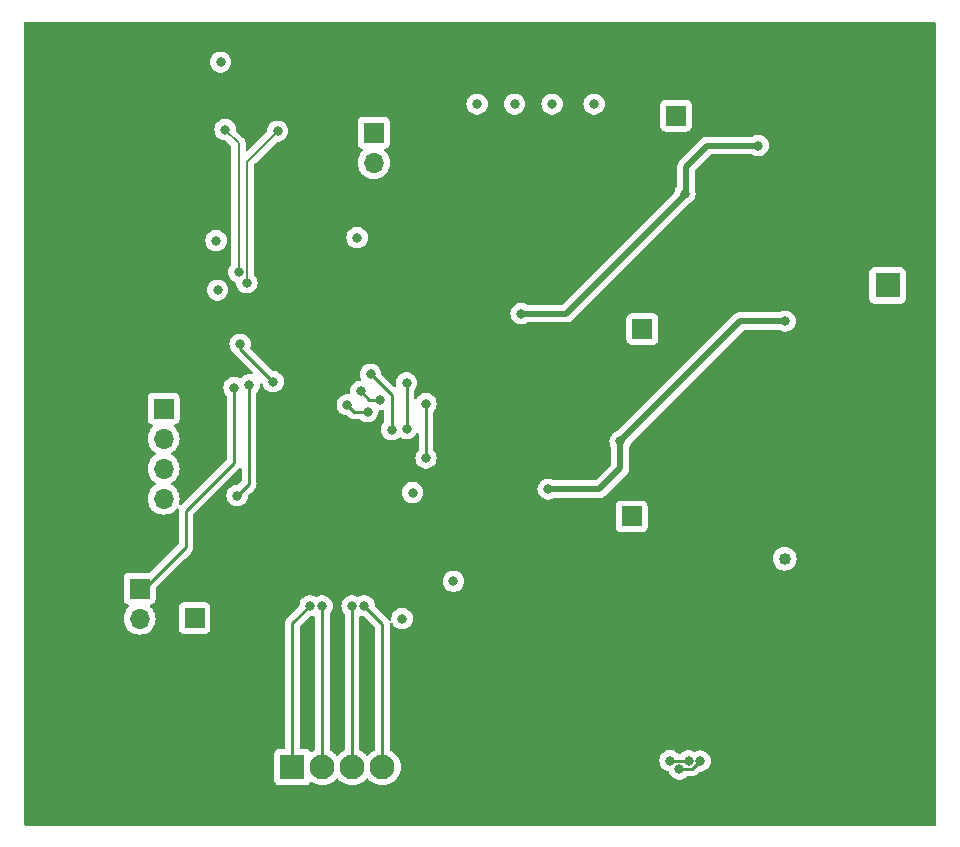
<source format=gbr>
%TF.GenerationSoftware,KiCad,Pcbnew,7.0.7*%
%TF.CreationDate,2024-10-25T12:06:38-05:00*%
%TF.ProjectId,TrackingTurrentBoard,54726163-6b69-46e6-9754-757272656e74,rev?*%
%TF.SameCoordinates,Original*%
%TF.FileFunction,Copper,L4,Bot*%
%TF.FilePolarity,Positive*%
%FSLAX46Y46*%
G04 Gerber Fmt 4.6, Leading zero omitted, Abs format (unit mm)*
G04 Created by KiCad (PCBNEW 7.0.7) date 2024-10-25 12:06:38*
%MOMM*%
%LPD*%
G01*
G04 APERTURE LIST*
%TA.AperFunction,ComponentPad*%
%ADD10R,1.700000X1.700000*%
%TD*%
%TA.AperFunction,ComponentPad*%
%ADD11O,1.700000X1.700000*%
%TD*%
%TA.AperFunction,ComponentPad*%
%ADD12R,2.100000X2.100000*%
%TD*%
%TA.AperFunction,ComponentPad*%
%ADD13C,2.100000*%
%TD*%
%TA.AperFunction,ComponentPad*%
%ADD14C,0.900000*%
%TD*%
%TA.AperFunction,ComponentPad*%
%ADD15C,8.600000*%
%TD*%
%TA.AperFunction,ComponentPad*%
%ADD16O,1.000000X2.200000*%
%TD*%
%TA.AperFunction,ComponentPad*%
%ADD17O,1.000000X1.800000*%
%TD*%
%TA.AperFunction,ViaPad*%
%ADD18C,0.800000*%
%TD*%
%TA.AperFunction,ViaPad*%
%ADD19C,1.016000*%
%TD*%
%TA.AperFunction,Conductor*%
%ADD20C,0.250000*%
%TD*%
%TA.AperFunction,Conductor*%
%ADD21C,0.508000*%
%TD*%
%TA.AperFunction,Conductor*%
%ADD22C,0.254000*%
%TD*%
%TA.AperFunction,Conductor*%
%ADD23C,0.213360*%
%TD*%
%TA.AperFunction,Conductor*%
%ADD24C,0.203200*%
%TD*%
G04 APERTURE END LIST*
D10*
%TO.P,J107,1,Pin_1*%
%TO.N,VBUS*%
X162971400Y-81127600D03*
D11*
%TO.P,J107,2,Pin_2*%
%TO.N,GND*%
X160431400Y-81127600D03*
%TD*%
D12*
%TO.P,J108,1,Pin_1*%
%TO.N,VBUS*%
X183725000Y-77440000D03*
D13*
%TO.P,J108,2,Pin_2*%
%TO.N,GND*%
X183725000Y-74900000D03*
%TD*%
D12*
%TO.P,J101,1,Pin_1*%
%TO.N,/Motors/OUTA1*%
X133335000Y-118225000D03*
D13*
%TO.P,J101,2,Pin_2*%
%TO.N,/Motors/OUTA2*%
X135875000Y-118225000D03*
%TO.P,J101,3,Pin_3*%
%TO.N,/Motors/OUTB1*%
X138415000Y-118225000D03*
%TO.P,J101,4,Pin_4*%
%TO.N,/Motors/OUTB2*%
X140955000Y-118225000D03*
%TD*%
D10*
%TO.P,J102,1,Pin_1*%
%TO.N,/CHANNEL_B*%
X122428000Y-87884000D03*
D11*
%TO.P,J102,2,Pin_2*%
%TO.N,+5V*%
X122428000Y-90424000D03*
%TO.P,J102,3,Pin_3*%
%TO.N,/CHANNEL_A*%
X122428000Y-92964000D03*
%TO.P,J102,4,Pin_4*%
%TO.N,/INDEX*%
X122428000Y-95504000D03*
%TO.P,J102,5,Pin_5*%
%TO.N,GND*%
X122428000Y-98044000D03*
%TD*%
D10*
%TO.P,J105,1,Pin_1*%
%TO.N,+5V*%
X162051800Y-97013200D03*
D11*
%TO.P,J105,2,Pin_2*%
%TO.N,GND*%
X162051800Y-99553200D03*
%TD*%
D14*
%TO.P,H104,1,1*%
%TO.N,GND*%
X113465140Y-117116860D03*
X114409721Y-114836441D03*
X114409721Y-119397279D03*
X116690140Y-113891860D03*
D15*
X116690140Y-117116860D03*
D14*
X116690140Y-120341860D03*
X118970559Y-114836441D03*
X118970559Y-119397279D03*
X119915140Y-117116860D03*
%TD*%
%TO.P,H101,1,1*%
%TO.N,GND*%
X178534860Y-61191140D03*
X179479441Y-58910721D03*
X179479441Y-63471559D03*
X181759860Y-57966140D03*
D15*
X181759860Y-61191140D03*
D14*
X181759860Y-64416140D03*
X184040279Y-58910721D03*
X184040279Y-63471559D03*
X184984860Y-61191140D03*
%TD*%
D10*
%TO.P,J104,1,Pin_1*%
%TO.N,/SERVO_PWM*%
X120396000Y-103124000D03*
D11*
%TO.P,J104,2,Pin_2*%
%TO.N,+5V*%
X120396000Y-105664000D03*
%TO.P,J104,3,Pin_3*%
%TO.N,GND*%
X120396000Y-108204000D03*
%TD*%
D10*
%TO.P,J401,1,Pin_1*%
%TO.N,Net-(J401-Pin_1)*%
X125050000Y-105625000D03*
D11*
%TO.P,J401,2,Pin_2*%
%TO.N,GND*%
X127590000Y-105625000D03*
%TD*%
D10*
%TO.P,J106,1,Pin_1*%
%TO.N,+3.3V*%
X165811200Y-63073200D03*
D11*
%TO.P,J106,2,Pin_2*%
%TO.N,GND*%
X165811200Y-60533200D03*
%TD*%
D16*
%TO.P,J110,SH1,SHIELD1*%
%TO.N,GND*%
X162305000Y-120625000D03*
%TO.P,J110,SH2,SHIELD2*%
X170945000Y-120625000D03*
D17*
%TO.P,J110,SH3,SHIELD3*%
X162305000Y-116625000D03*
%TO.P,J110,SH4,SHIELD4*%
X170945000Y-116625000D03*
%TD*%
D10*
%TO.P,J103,1,Pin_1*%
%TO.N,/SDA*%
X140225000Y-64525000D03*
D11*
%TO.P,J103,2,Pin_2*%
%TO.N,/SCL*%
X140225000Y-67065000D03*
%TD*%
D14*
%TO.P,H103,1,1*%
%TO.N,GND*%
X178534860Y-117116860D03*
X179479441Y-114836441D03*
X179479441Y-119397279D03*
X181759860Y-113891860D03*
D15*
X181759860Y-117116860D03*
D14*
X181759860Y-120341860D03*
X184040279Y-114836441D03*
X184040279Y-119397279D03*
X184984860Y-117116860D03*
%TD*%
%TO.P,H102,1,1*%
%TO.N,GND*%
X113465140Y-61191140D03*
X114409721Y-58910721D03*
X114409721Y-63471559D03*
X116690140Y-57966140D03*
D15*
X116690140Y-61191140D03*
D14*
X116690140Y-64416140D03*
X118970559Y-58910721D03*
X118970559Y-63471559D03*
X119915140Y-61191140D03*
%TD*%
D18*
%TO.N,GND*%
X147193000Y-96647000D03*
X126873000Y-75971400D03*
X152146000Y-117348000D03*
X124333000Y-85344000D03*
X176276000Y-108077000D03*
X112575000Y-95225000D03*
X134575000Y-113125000D03*
X167767000Y-57531000D03*
X126111000Y-97917000D03*
X163322000Y-93091000D03*
X163775000Y-94775000D03*
X114173000Y-104521000D03*
X162750000Y-112050000D03*
X137125000Y-108800000D03*
X158115000Y-92964000D03*
X164338000Y-65379600D03*
X131826000Y-82550000D03*
X162275000Y-94700000D03*
X163626800Y-67767200D03*
X134366000Y-89281000D03*
X142367000Y-79629000D03*
X165252400Y-67767200D03*
X136779000Y-81153000D03*
X131775000Y-100825000D03*
X157937200Y-110896400D03*
X113792000Y-70231000D03*
X142240000Y-72898000D03*
X158115000Y-107442000D03*
X164439600Y-66802000D03*
X139065000Y-58547000D03*
X166217600Y-108000800D03*
X155575000Y-57404000D03*
X148971000Y-83947000D03*
X117475000Y-88800000D03*
X143383000Y-92964000D03*
X181737000Y-103251000D03*
X139725000Y-108800000D03*
X166268400Y-109880400D03*
X154940000Y-109093000D03*
%TO.N,+3.3V*%
X143510000Y-94996000D03*
X127254000Y-58547000D03*
X126873000Y-73660000D03*
X138811000Y-73406000D03*
X127000000Y-77851000D03*
X148971000Y-62103000D03*
X152146000Y-62103000D03*
X155321000Y-62103000D03*
X128905000Y-82423000D03*
X158877000Y-62103000D03*
X131699000Y-85598000D03*
X146975000Y-102500000D03*
D19*
%TO.N,+5V*%
X175006000Y-100584000D03*
D18*
%TO.N,VBUS*%
X142621000Y-105664000D03*
%TO.N,Net-(U201-SW)*%
X175056800Y-80480200D03*
X154990800Y-94704200D03*
X161086800Y-90640200D03*
%TO.N,Net-(U202-SW)*%
X166573200Y-69672200D03*
X172771200Y-65608200D03*
X152705200Y-79832200D03*
%TO.N,/EN\u005CFAULT*%
X141732000Y-89662000D03*
X139954000Y-84969701D03*
%TO.N,/STBY\u005CRST*%
X144648701Y-87452200D03*
X144648701Y-92079299D03*
%TO.N,/Motors/OUTA1*%
X134837000Y-104571500D03*
%TO.N,/Motors/OUTA2*%
X135853000Y-104588390D03*
%TO.N,/Motors/OUTB1*%
X138393000Y-104588390D03*
%TO.N,/Motors/OUTB2*%
X139409000Y-104571500D03*
%TO.N,/SERVO_PWM*%
X128397000Y-86106000D03*
%TO.N,/USB+*%
X166089765Y-118383980D03*
X167851880Y-117728732D03*
%TO.N,/USB-*%
X165313832Y-117688068D03*
X166875000Y-117700000D03*
%TO.N,/FTDI_RX*%
X137981200Y-87562200D03*
X139700000Y-88138000D03*
%TO.N,/FTDI_RTS*%
X139124201Y-86419201D03*
X140716000Y-87122000D03*
%TO.N,/FTDI_CTS*%
X143002000Y-85699600D03*
X143002000Y-89577500D03*
%TO.N,/STEP_PWM*%
X129671299Y-85856299D03*
X128651000Y-95250000D03*
%TO.N,/GPS_INT*%
X129479100Y-77216000D03*
X132080000Y-64389000D03*
%TO.N,/GPS_RST*%
X127635000Y-64262000D03*
X128778000Y-76327000D03*
%TD*%
D20*
%TO.N,+3.3V*%
X128905000Y-82804000D02*
X128905000Y-82423000D01*
X131699000Y-85598000D02*
X128905000Y-82804000D01*
D21*
%TO.N,Net-(U201-SW)*%
X171246800Y-80480200D02*
X175056800Y-80480200D01*
X154990800Y-94704200D02*
X159308800Y-94704200D01*
X159308800Y-94704200D02*
X161086800Y-92926200D01*
X161086800Y-92926200D02*
X161086800Y-90640200D01*
X161086800Y-90640200D02*
X171246800Y-80480200D01*
%TO.N,Net-(U202-SW)*%
X166675200Y-67386200D02*
X166675200Y-69672200D01*
X172771200Y-65608200D02*
X168453200Y-65608200D01*
X166573200Y-69672200D02*
X166573200Y-69774200D01*
X166675200Y-69672200D02*
X166675200Y-69672200D01*
X166675200Y-69672200D02*
X166573200Y-69672200D01*
X168453200Y-65608200D02*
X166675200Y-67386200D01*
X156515200Y-79832200D02*
X152705200Y-79832200D01*
X166573200Y-69774200D02*
X156515200Y-79832200D01*
D20*
%TO.N,/EN\u005CFAULT*%
X141732000Y-86747701D02*
X139954000Y-84969701D01*
X141732000Y-89662000D02*
X141732000Y-86747701D01*
%TO.N,/STBY\u005CRST*%
X144648701Y-87452200D02*
X144648701Y-92079299D01*
D22*
%TO.N,/Motors/OUTA1*%
X134837000Y-104571500D02*
X133335000Y-106073500D01*
X133335000Y-106073500D02*
X133335000Y-118225000D01*
%TO.N,/Motors/OUTA2*%
X135850000Y-104610390D02*
X135850000Y-118225000D01*
X135853000Y-104588390D02*
X135875000Y-104610390D01*
%TO.N,/Motors/OUTB1*%
X138393000Y-104588390D02*
X138350000Y-104631390D01*
X138350000Y-118160000D02*
X138415000Y-118225000D01*
X138375000Y-104625000D02*
X138375000Y-118153610D01*
%TO.N,/Motors/OUTB2*%
X139409000Y-104571500D02*
X140955000Y-106117500D01*
X140955000Y-106117500D02*
X140955000Y-118225000D01*
D20*
%TO.N,/SERVO_PWM*%
X124333000Y-96520000D02*
X124333000Y-99568000D01*
X120777000Y-103124000D02*
X120396000Y-103124000D01*
X128397000Y-86106000D02*
X128397000Y-92456000D01*
X128397000Y-92456000D02*
X124333000Y-96520000D01*
X124333000Y-99568000D02*
X120777000Y-103124000D01*
D23*
%TO.N,/USB+*%
X166089765Y-118383980D02*
X167196632Y-118383980D01*
X167196632Y-118383980D02*
X167851880Y-117728732D01*
%TO.N,/USB-*%
X165715979Y-117700000D02*
X166875000Y-117700000D01*
X165704047Y-117688068D02*
X165715979Y-117700000D01*
X165313832Y-117688068D02*
X165704047Y-117688068D01*
D20*
%TO.N,/FTDI_RX*%
X138557000Y-88138000D02*
X137981200Y-87562200D01*
X139700000Y-88138000D02*
X138557000Y-88138000D01*
%TO.N,/FTDI_RTS*%
X140716000Y-87122000D02*
X139827000Y-87122000D01*
X139827000Y-87122000D02*
X139124201Y-86419201D01*
%TO.N,/FTDI_CTS*%
X143002000Y-85699600D02*
X143002000Y-89577500D01*
%TO.N,/STEP_PWM*%
X128651000Y-95250000D02*
X129671299Y-94229701D01*
X129671299Y-94229701D02*
X129671299Y-85856299D01*
D24*
%TO.N,/GPS_INT*%
X129479100Y-66989900D02*
X132080000Y-64389000D01*
X129479100Y-77216000D02*
X129479100Y-66989900D01*
%TO.N,/GPS_RST*%
X128778000Y-76327000D02*
X128778000Y-65405000D01*
X128778000Y-65405000D02*
X127635000Y-64262000D01*
%TD*%
%TA.AperFunction,Conductor*%
%TO.N,GND*%
G36*
X139152263Y-105437546D02*
G01*
X139314354Y-105472000D01*
X139370719Y-105472000D01*
X139437758Y-105491685D01*
X139458400Y-105508319D01*
X140291181Y-106341100D01*
X140324666Y-106402423D01*
X140327500Y-106428781D01*
X140327500Y-116723816D01*
X140307815Y-116790855D01*
X140255011Y-116836610D01*
X140250965Y-116838372D01*
X140248909Y-116839223D01*
X140248907Y-116839224D01*
X140040826Y-116966737D01*
X140040823Y-116966738D01*
X139855241Y-117125241D01*
X139779290Y-117214168D01*
X139720783Y-117252361D01*
X139650915Y-117252859D01*
X139591869Y-117215505D01*
X139590710Y-117214168D01*
X139540903Y-117155852D01*
X139514759Y-117125241D01*
X139385887Y-117015174D01*
X139329176Y-116966738D01*
X139329173Y-116966737D01*
X139121088Y-116839222D01*
X139121089Y-116839222D01*
X139079047Y-116821808D01*
X139024643Y-116777967D01*
X139002579Y-116711672D01*
X139002500Y-116707247D01*
X139002500Y-105558840D01*
X139022185Y-105491801D01*
X139074989Y-105446046D01*
X139144147Y-105436102D01*
X139152263Y-105437546D01*
G37*
%TD.AperFunction*%
%TA.AperFunction,Conductor*%
G36*
X135142386Y-105447330D02*
G01*
X135198120Y-105489467D01*
X135222225Y-105555047D01*
X135222500Y-105563304D01*
X135222500Y-116736940D01*
X135202815Y-116803979D01*
X135163290Y-116842667D01*
X134984142Y-116952449D01*
X134916696Y-116970694D01*
X134850094Y-116949578D01*
X134820086Y-116921033D01*
X134742547Y-116817455D01*
X134742544Y-116817452D01*
X134627335Y-116731206D01*
X134627328Y-116731202D01*
X134492482Y-116680908D01*
X134492483Y-116680908D01*
X134432883Y-116674501D01*
X134432881Y-116674500D01*
X134432873Y-116674500D01*
X134432865Y-116674500D01*
X134086499Y-116674500D01*
X134019460Y-116654815D01*
X133973705Y-116602011D01*
X133962499Y-116550500D01*
X133962499Y-106384776D01*
X133982184Y-106317741D01*
X133998813Y-106297104D01*
X134787599Y-105508319D01*
X134848923Y-105474834D01*
X134875281Y-105472000D01*
X134931644Y-105472000D01*
X134931646Y-105472000D01*
X135072719Y-105442014D01*
X135142386Y-105447330D01*
G37*
%TD.AperFunction*%
%TA.AperFunction,Conductor*%
G36*
X187775539Y-55138185D02*
G01*
X187821294Y-55190989D01*
X187832500Y-55242500D01*
X187832500Y-123065500D01*
X187812815Y-123132539D01*
X187760011Y-123178294D01*
X187708500Y-123189500D01*
X110741500Y-123189500D01*
X110674461Y-123169815D01*
X110628706Y-123117011D01*
X110617500Y-123065500D01*
X110617500Y-119322870D01*
X131784500Y-119322870D01*
X131784501Y-119322876D01*
X131790908Y-119382483D01*
X131841202Y-119517328D01*
X131841206Y-119517335D01*
X131927452Y-119632544D01*
X131927455Y-119632547D01*
X132042664Y-119718793D01*
X132042671Y-119718797D01*
X132177517Y-119769091D01*
X132177516Y-119769091D01*
X132184444Y-119769835D01*
X132237127Y-119775500D01*
X134432872Y-119775499D01*
X134492483Y-119769091D01*
X134627331Y-119718796D01*
X134742546Y-119632546D01*
X134820087Y-119528964D01*
X134876019Y-119487095D01*
X134945711Y-119482111D01*
X134984142Y-119497550D01*
X135168910Y-119610777D01*
X135394381Y-119704169D01*
X135394378Y-119704169D01*
X135394384Y-119704170D01*
X135394388Y-119704172D01*
X135631698Y-119761146D01*
X135875000Y-119780294D01*
X136118302Y-119761146D01*
X136355612Y-119704172D01*
X136581089Y-119610777D01*
X136789179Y-119483259D01*
X136974759Y-119324759D01*
X137042774Y-119245124D01*
X137050710Y-119235832D01*
X137109216Y-119197638D01*
X137179084Y-119197139D01*
X137238131Y-119234493D01*
X137239290Y-119235832D01*
X137313632Y-119322876D01*
X137315241Y-119324759D01*
X137382827Y-119382483D01*
X137500823Y-119483261D01*
X137500826Y-119483262D01*
X137708910Y-119610777D01*
X137934381Y-119704169D01*
X137934378Y-119704169D01*
X137934384Y-119704170D01*
X137934388Y-119704172D01*
X138171698Y-119761146D01*
X138415000Y-119780294D01*
X138658302Y-119761146D01*
X138895612Y-119704172D01*
X139121089Y-119610777D01*
X139329179Y-119483259D01*
X139514759Y-119324759D01*
X139582774Y-119245124D01*
X139590710Y-119235832D01*
X139649216Y-119197638D01*
X139719084Y-119197139D01*
X139778131Y-119234493D01*
X139779290Y-119235832D01*
X139853632Y-119322876D01*
X139855241Y-119324759D01*
X139922827Y-119382483D01*
X140040823Y-119483261D01*
X140040826Y-119483262D01*
X140248910Y-119610777D01*
X140474381Y-119704169D01*
X140474378Y-119704169D01*
X140474384Y-119704170D01*
X140474388Y-119704172D01*
X140711698Y-119761146D01*
X140955000Y-119780294D01*
X141198302Y-119761146D01*
X141435612Y-119704172D01*
X141661089Y-119610777D01*
X141869179Y-119483259D01*
X142054759Y-119324759D01*
X142213259Y-119139179D01*
X142340777Y-118931089D01*
X142434172Y-118705612D01*
X142491146Y-118468302D01*
X142510294Y-118225000D01*
X142491146Y-117981698D01*
X142434172Y-117744388D01*
X142410844Y-117688068D01*
X164408372Y-117688068D01*
X164428158Y-117876324D01*
X164428159Y-117876327D01*
X164486650Y-118056345D01*
X164486653Y-118056352D01*
X164581299Y-118220284D01*
X164707961Y-118360956D01*
X164861097Y-118472216D01*
X164861102Y-118472219D01*
X165034024Y-118549210D01*
X165034025Y-118549210D01*
X165034029Y-118549212D01*
X165138166Y-118571346D01*
X165138642Y-118571448D01*
X165200124Y-118604640D01*
X165230793Y-118654419D01*
X165262584Y-118752260D01*
X165262586Y-118752264D01*
X165357232Y-118916196D01*
X165461672Y-119032188D01*
X165483894Y-119056868D01*
X165637030Y-119168128D01*
X165637035Y-119168131D01*
X165809957Y-119245122D01*
X165809962Y-119245124D01*
X165995119Y-119284480D01*
X165995120Y-119284480D01*
X166184409Y-119284480D01*
X166184411Y-119284480D01*
X166369568Y-119245124D01*
X166542495Y-119168131D01*
X166695636Y-119056868D01*
X166717858Y-119032187D01*
X166777345Y-118995539D01*
X166810008Y-118991160D01*
X167152765Y-118991160D01*
X167160866Y-118991691D01*
X167196632Y-118996400D01*
X167196633Y-118996400D01*
X167275885Y-118985965D01*
X167355138Y-118975531D01*
X167502841Y-118914350D01*
X167577354Y-118857175D01*
X167629678Y-118817026D01*
X167651643Y-118788398D01*
X167656986Y-118782307D01*
X167773745Y-118665550D01*
X167835068Y-118632066D01*
X167861425Y-118629232D01*
X167946524Y-118629232D01*
X167946526Y-118629232D01*
X168131683Y-118589876D01*
X168304610Y-118512883D01*
X168457751Y-118401620D01*
X168584413Y-118260948D01*
X168679059Y-118097016D01*
X168737554Y-117916988D01*
X168757340Y-117728732D01*
X168737554Y-117540476D01*
X168679059Y-117360448D01*
X168584413Y-117196516D01*
X168457751Y-117055844D01*
X168457750Y-117055843D01*
X168304614Y-116944583D01*
X168304609Y-116944580D01*
X168131687Y-116867589D01*
X168131682Y-116867587D01*
X167985881Y-116836597D01*
X167946526Y-116828232D01*
X167757234Y-116828232D01*
X167724777Y-116835130D01*
X167572077Y-116867587D01*
X167444641Y-116924326D01*
X167375391Y-116933610D01*
X167332210Y-116918436D01*
X167327725Y-116915846D01*
X167154807Y-116838857D01*
X167154802Y-116838855D01*
X166990718Y-116803979D01*
X166969646Y-116799500D01*
X166780354Y-116799500D01*
X166759282Y-116803979D01*
X166595197Y-116838855D01*
X166595192Y-116838857D01*
X166422270Y-116915848D01*
X166422265Y-116915851D01*
X166269135Y-117027106D01*
X166269129Y-117027111D01*
X166246907Y-117051792D01*
X166187420Y-117088441D01*
X166154757Y-117092820D01*
X166044819Y-117092820D01*
X165977780Y-117073135D01*
X165952670Y-117051793D01*
X165919703Y-117015180D01*
X165919696Y-117015174D01*
X165766566Y-116903919D01*
X165766561Y-116903916D01*
X165593639Y-116826925D01*
X165593634Y-116826923D01*
X165423942Y-116790855D01*
X165408478Y-116787568D01*
X165219186Y-116787568D01*
X165203722Y-116790855D01*
X165034029Y-116826923D01*
X165034024Y-116826925D01*
X164861102Y-116903916D01*
X164861097Y-116903919D01*
X164707961Y-117015179D01*
X164581298Y-117155853D01*
X164486653Y-117319783D01*
X164486650Y-117319790D01*
X164473440Y-117360448D01*
X164428158Y-117499812D01*
X164408372Y-117688068D01*
X142410844Y-117688068D01*
X142340777Y-117518910D01*
X142213262Y-117310826D01*
X142213261Y-117310823D01*
X142163755Y-117252859D01*
X142054759Y-117125241D01*
X141925887Y-117015174D01*
X141869176Y-116966738D01*
X141869173Y-116966737D01*
X141661092Y-116839224D01*
X141661090Y-116839223D01*
X141659035Y-116838372D01*
X141658375Y-116837840D01*
X141656755Y-116837015D01*
X141656928Y-116836674D01*
X141604636Y-116794525D01*
X141582579Y-116728229D01*
X141582500Y-116723816D01*
X141582500Y-106200464D01*
X141584228Y-106184814D01*
X141583946Y-106184788D01*
X141584679Y-106177026D01*
X141584680Y-106177023D01*
X141583336Y-106134275D01*
X141600905Y-106066653D01*
X141652245Y-106019262D01*
X141721057Y-106007150D01*
X141785493Y-106034164D01*
X141814662Y-106068382D01*
X141888467Y-106196216D01*
X141979303Y-106297099D01*
X142015129Y-106336888D01*
X142168265Y-106448148D01*
X142168270Y-106448151D01*
X142341192Y-106525142D01*
X142341197Y-106525144D01*
X142526354Y-106564500D01*
X142526355Y-106564500D01*
X142715644Y-106564500D01*
X142715646Y-106564500D01*
X142900803Y-106525144D01*
X143073730Y-106448151D01*
X143226871Y-106336888D01*
X143353533Y-106196216D01*
X143448179Y-106032284D01*
X143506674Y-105852256D01*
X143526460Y-105664000D01*
X143506674Y-105475744D01*
X143448179Y-105295716D01*
X143353533Y-105131784D01*
X143226871Y-104991112D01*
X143226870Y-104991111D01*
X143073734Y-104879851D01*
X143073729Y-104879848D01*
X142900807Y-104802857D01*
X142900802Y-104802855D01*
X142755000Y-104771865D01*
X142715646Y-104763500D01*
X142526354Y-104763500D01*
X142493897Y-104770398D01*
X142341197Y-104802855D01*
X142341192Y-104802857D01*
X142168270Y-104879848D01*
X142168265Y-104879851D01*
X142015129Y-104991111D01*
X141888466Y-105131785D01*
X141793821Y-105295715D01*
X141793818Y-105295722D01*
X141735327Y-105475740D01*
X141735326Y-105475744D01*
X141715540Y-105664000D01*
X141719505Y-105701730D01*
X141720341Y-105709676D01*
X141707771Y-105778405D01*
X141660039Y-105829429D01*
X141592299Y-105846547D01*
X141526058Y-105824325D01*
X141496703Y-105795524D01*
X141481771Y-105774972D01*
X141478567Y-105770096D01*
X141454763Y-105729844D01*
X141454761Y-105729842D01*
X141454759Y-105729839D01*
X141440531Y-105715612D01*
X141427896Y-105700820D01*
X141416063Y-105684533D01*
X141416060Y-105684531D01*
X141416060Y-105684530D01*
X141416059Y-105684529D01*
X141380035Y-105654728D01*
X141375713Y-105650794D01*
X140347628Y-104622709D01*
X140314143Y-104561386D01*
X140311990Y-104548006D01*
X140294674Y-104383244D01*
X140236179Y-104203216D01*
X140141533Y-104039284D01*
X140014871Y-103898612D01*
X140014870Y-103898611D01*
X139861734Y-103787351D01*
X139861729Y-103787348D01*
X139688807Y-103710357D01*
X139688802Y-103710355D01*
X139543001Y-103679365D01*
X139503646Y-103671000D01*
X139314354Y-103671000D01*
X139281897Y-103677898D01*
X139129197Y-103710355D01*
X139129192Y-103710357D01*
X138956267Y-103787350D01*
X138950642Y-103790598D01*
X138949784Y-103789112D01*
X138891942Y-103809737D01*
X138834452Y-103799217D01*
X138672807Y-103727247D01*
X138672802Y-103727245D01*
X138527001Y-103696255D01*
X138487646Y-103687890D01*
X138298354Y-103687890D01*
X138265897Y-103694788D01*
X138113197Y-103727245D01*
X138113192Y-103727247D01*
X137940270Y-103804238D01*
X137940265Y-103804241D01*
X137787129Y-103915501D01*
X137660466Y-104056175D01*
X137565821Y-104220105D01*
X137565818Y-104220112D01*
X137529611Y-104331547D01*
X137507326Y-104400134D01*
X137487540Y-104588390D01*
X137507326Y-104776646D01*
X137507327Y-104776649D01*
X137565818Y-104956667D01*
X137565821Y-104956674D01*
X137660466Y-105120605D01*
X137715649Y-105181891D01*
X137745880Y-105244883D01*
X137747500Y-105264864D01*
X137747500Y-116746132D01*
X137727815Y-116813171D01*
X137688290Y-116851859D01*
X137500826Y-116966737D01*
X137500823Y-116966738D01*
X137315241Y-117125241D01*
X137239290Y-117214168D01*
X137180783Y-117252361D01*
X137110915Y-117252859D01*
X137051869Y-117215505D01*
X137050710Y-117214168D01*
X137000903Y-117155852D01*
X136974759Y-117125241D01*
X136845887Y-117015174D01*
X136789176Y-116966738D01*
X136789173Y-116966737D01*
X136581088Y-116839222D01*
X136581083Y-116839219D01*
X136554046Y-116828020D01*
X136499643Y-116784179D01*
X136477579Y-116717884D01*
X136477500Y-116713460D01*
X136477500Y-105288187D01*
X136497185Y-105221148D01*
X136509343Y-105205222D01*
X136585533Y-105120606D01*
X136680179Y-104956674D01*
X136738674Y-104776646D01*
X136758460Y-104588390D01*
X136738674Y-104400134D01*
X136680179Y-104220106D01*
X136585533Y-104056174D01*
X136458871Y-103915502D01*
X136435624Y-103898612D01*
X136305734Y-103804241D01*
X136305729Y-103804238D01*
X136132807Y-103727247D01*
X136132802Y-103727245D01*
X135987001Y-103696255D01*
X135947646Y-103687890D01*
X135758354Y-103687890D01*
X135725897Y-103694788D01*
X135573197Y-103727245D01*
X135573192Y-103727247D01*
X135411548Y-103799217D01*
X135342298Y-103808502D01*
X135296019Y-103789464D01*
X135295363Y-103790601D01*
X135289729Y-103787348D01*
X135116807Y-103710357D01*
X135116802Y-103710355D01*
X134971001Y-103679365D01*
X134931646Y-103671000D01*
X134742354Y-103671000D01*
X134709897Y-103677898D01*
X134557197Y-103710355D01*
X134557192Y-103710357D01*
X134384270Y-103787348D01*
X134384265Y-103787351D01*
X134231129Y-103898611D01*
X134104466Y-104039285D01*
X134009821Y-104203215D01*
X134009818Y-104203222D01*
X133968123Y-104331547D01*
X133951326Y-104383244D01*
X133938142Y-104508681D01*
X133934011Y-104547989D01*
X133907426Y-104612603D01*
X133898371Y-104622708D01*
X132949953Y-105571126D01*
X132937669Y-105580969D01*
X132937849Y-105581187D01*
X132931838Y-105586159D01*
X132884322Y-105636758D01*
X132863375Y-105657705D01*
X132859106Y-105663209D01*
X132855315Y-105667647D01*
X132823308Y-105701730D01*
X132823305Y-105701734D01*
X132813606Y-105719377D01*
X132802928Y-105735633D01*
X132790594Y-105751534D01*
X132790589Y-105751542D01*
X132772025Y-105794443D01*
X132769454Y-105799691D01*
X132746927Y-105840667D01*
X132741920Y-105860168D01*
X132735621Y-105878564D01*
X132728893Y-105894112D01*
X132727625Y-105897044D01*
X132727624Y-105897046D01*
X132720312Y-105943216D01*
X132719128Y-105948937D01*
X132707499Y-105994229D01*
X132707499Y-106014361D01*
X132705973Y-106033749D01*
X132702825Y-106053629D01*
X132702825Y-106053634D01*
X132707224Y-106100175D01*
X132707499Y-106106012D01*
X132707499Y-116550500D01*
X132687814Y-116617539D01*
X132635010Y-116663294D01*
X132583499Y-116674500D01*
X132237130Y-116674500D01*
X132237123Y-116674501D01*
X132177516Y-116680908D01*
X132042671Y-116731202D01*
X132042664Y-116731206D01*
X131927455Y-116817452D01*
X131927452Y-116817455D01*
X131841206Y-116932664D01*
X131841202Y-116932671D01*
X131790908Y-117067517D01*
X131784501Y-117127116D01*
X131784500Y-117127135D01*
X131784500Y-119322870D01*
X110617500Y-119322870D01*
X110617500Y-105664000D01*
X119040341Y-105664000D01*
X119060936Y-105899403D01*
X119060938Y-105899413D01*
X119122094Y-106127655D01*
X119122096Y-106127659D01*
X119122097Y-106127663D01*
X119154063Y-106196214D01*
X119221965Y-106341830D01*
X119221967Y-106341834D01*
X119296412Y-106448151D01*
X119357505Y-106535401D01*
X119524599Y-106702495D01*
X119545793Y-106717335D01*
X119718165Y-106838032D01*
X119718167Y-106838033D01*
X119718170Y-106838035D01*
X119932337Y-106937903D01*
X120160592Y-106999063D01*
X120348918Y-107015539D01*
X120395999Y-107019659D01*
X120396000Y-107019659D01*
X120396001Y-107019659D01*
X120435234Y-107016226D01*
X120631408Y-106999063D01*
X120859663Y-106937903D01*
X121073830Y-106838035D01*
X121267401Y-106702495D01*
X121434495Y-106535401D01*
X121443269Y-106522870D01*
X123699500Y-106522870D01*
X123699501Y-106522876D01*
X123705908Y-106582483D01*
X123756202Y-106717328D01*
X123756206Y-106717335D01*
X123842452Y-106832544D01*
X123842455Y-106832547D01*
X123957664Y-106918793D01*
X123957671Y-106918797D01*
X124092517Y-106969091D01*
X124092516Y-106969091D01*
X124099444Y-106969835D01*
X124152127Y-106975500D01*
X125947872Y-106975499D01*
X126007483Y-106969091D01*
X126142331Y-106918796D01*
X126257546Y-106832546D01*
X126343796Y-106717331D01*
X126394091Y-106582483D01*
X126400500Y-106522873D01*
X126400499Y-104727128D01*
X126394091Y-104667517D01*
X126377378Y-104622708D01*
X126343797Y-104532671D01*
X126343793Y-104532664D01*
X126257547Y-104417455D01*
X126257544Y-104417452D01*
X126142335Y-104331206D01*
X126142328Y-104331202D01*
X126007482Y-104280908D01*
X126007483Y-104280908D01*
X125947883Y-104274501D01*
X125947881Y-104274500D01*
X125947873Y-104274500D01*
X125947864Y-104274500D01*
X124152129Y-104274500D01*
X124152123Y-104274501D01*
X124092516Y-104280908D01*
X123957671Y-104331202D01*
X123957664Y-104331206D01*
X123842455Y-104417452D01*
X123842452Y-104417455D01*
X123756206Y-104532664D01*
X123756202Y-104532671D01*
X123705908Y-104667517D01*
X123699501Y-104727116D01*
X123699501Y-104727123D01*
X123699500Y-104727135D01*
X123699500Y-106522870D01*
X121443269Y-106522870D01*
X121570035Y-106341830D01*
X121669903Y-106127663D01*
X121731063Y-105899408D01*
X121751659Y-105664000D01*
X121731063Y-105428592D01*
X121669903Y-105200337D01*
X121570035Y-104986171D01*
X121549376Y-104956667D01*
X121434496Y-104792600D01*
X121405396Y-104763500D01*
X121312567Y-104670671D01*
X121279084Y-104609351D01*
X121284068Y-104539659D01*
X121325939Y-104483725D01*
X121356915Y-104466810D01*
X121488331Y-104417796D01*
X121603546Y-104331546D01*
X121689796Y-104216331D01*
X121740091Y-104081483D01*
X121746500Y-104021873D01*
X121746499Y-103090450D01*
X121766183Y-103023412D01*
X121782813Y-103002775D01*
X122285588Y-102500000D01*
X146069540Y-102500000D01*
X146089326Y-102688256D01*
X146089327Y-102688259D01*
X146147818Y-102868277D01*
X146147821Y-102868284D01*
X146242467Y-103032216D01*
X146369129Y-103172887D01*
X146369129Y-103172888D01*
X146522265Y-103284148D01*
X146522270Y-103284151D01*
X146695192Y-103361142D01*
X146695197Y-103361144D01*
X146880354Y-103400500D01*
X146880355Y-103400500D01*
X147069644Y-103400500D01*
X147069646Y-103400500D01*
X147254803Y-103361144D01*
X147427730Y-103284151D01*
X147580871Y-103172888D01*
X147707533Y-103032216D01*
X147802179Y-102868284D01*
X147860674Y-102688256D01*
X147880460Y-102500000D01*
X147860674Y-102311744D01*
X147802179Y-102131716D01*
X147707533Y-101967784D01*
X147580871Y-101827112D01*
X147580870Y-101827111D01*
X147427734Y-101715851D01*
X147427729Y-101715848D01*
X147254807Y-101638857D01*
X147254802Y-101638855D01*
X147109001Y-101607865D01*
X147069646Y-101599500D01*
X146880354Y-101599500D01*
X146847897Y-101606398D01*
X146695197Y-101638855D01*
X146695192Y-101638857D01*
X146522270Y-101715848D01*
X146522265Y-101715851D01*
X146369129Y-101827111D01*
X146242466Y-101967785D01*
X146147821Y-102131715D01*
X146147818Y-102131722D01*
X146117142Y-102226135D01*
X146089326Y-102311744D01*
X146069540Y-102500000D01*
X122285588Y-102500000D01*
X124201590Y-100583999D01*
X173992620Y-100583999D01*
X174012091Y-100781699D01*
X174069760Y-100971808D01*
X174163401Y-101146998D01*
X174163405Y-101147005D01*
X174289431Y-101300568D01*
X174442994Y-101426594D01*
X174443001Y-101426598D01*
X174618191Y-101520239D01*
X174618193Y-101520239D01*
X174618196Y-101520241D01*
X174808299Y-101577908D01*
X174808298Y-101577908D01*
X174826024Y-101579653D01*
X175006000Y-101597380D01*
X175203701Y-101577908D01*
X175393804Y-101520241D01*
X175569004Y-101426595D01*
X175722568Y-101300568D01*
X175848595Y-101147004D01*
X175942241Y-100971804D01*
X175999908Y-100781701D01*
X176019380Y-100584000D01*
X175999908Y-100386299D01*
X175942241Y-100196196D01*
X175942239Y-100196193D01*
X175942239Y-100196191D01*
X175848598Y-100021001D01*
X175848594Y-100020994D01*
X175722568Y-99867431D01*
X175569005Y-99741405D01*
X175568998Y-99741401D01*
X175393808Y-99647760D01*
X175261358Y-99607582D01*
X175203701Y-99590092D01*
X175203699Y-99590091D01*
X175203701Y-99590091D01*
X175023725Y-99572365D01*
X175006000Y-99570620D01*
X175005999Y-99570620D01*
X174808300Y-99590091D01*
X174618191Y-99647760D01*
X174443001Y-99741401D01*
X174442994Y-99741405D01*
X174289431Y-99867431D01*
X174163405Y-100020994D01*
X174163401Y-100021001D01*
X174069760Y-100196191D01*
X174012091Y-100386300D01*
X173992620Y-100583999D01*
X124201590Y-100583999D01*
X124716788Y-100068801D01*
X124729042Y-100058986D01*
X124728859Y-100058764D01*
X124734866Y-100053792D01*
X124734877Y-100053786D01*
X124765775Y-100020882D01*
X124782227Y-100003364D01*
X124792671Y-99992918D01*
X124803120Y-99982471D01*
X124807379Y-99976978D01*
X124811152Y-99972561D01*
X124843062Y-99938582D01*
X124852713Y-99921024D01*
X124863396Y-99904761D01*
X124875673Y-99888936D01*
X124894185Y-99846153D01*
X124896738Y-99840941D01*
X124919197Y-99800092D01*
X124924180Y-99780680D01*
X124930481Y-99762280D01*
X124938437Y-99743896D01*
X124945729Y-99697852D01*
X124946906Y-99692171D01*
X124958500Y-99647019D01*
X124958500Y-99626983D01*
X124960027Y-99607582D01*
X124963160Y-99587804D01*
X124958775Y-99541415D01*
X124958500Y-99535577D01*
X124958500Y-97911070D01*
X160701300Y-97911070D01*
X160701301Y-97911076D01*
X160707708Y-97970683D01*
X160758002Y-98105528D01*
X160758006Y-98105535D01*
X160844252Y-98220744D01*
X160844255Y-98220747D01*
X160959464Y-98306993D01*
X160959471Y-98306997D01*
X161094317Y-98357291D01*
X161094316Y-98357291D01*
X161101244Y-98358035D01*
X161153927Y-98363700D01*
X162949672Y-98363699D01*
X163009283Y-98357291D01*
X163144131Y-98306996D01*
X163259346Y-98220746D01*
X163345596Y-98105531D01*
X163395891Y-97970683D01*
X163402300Y-97911073D01*
X163402299Y-96115328D01*
X163395891Y-96055717D01*
X163387847Y-96034151D01*
X163345597Y-95920871D01*
X163345593Y-95920864D01*
X163259347Y-95805655D01*
X163259344Y-95805652D01*
X163144135Y-95719406D01*
X163144128Y-95719402D01*
X163009282Y-95669108D01*
X163009283Y-95669108D01*
X162949683Y-95662701D01*
X162949681Y-95662700D01*
X162949673Y-95662700D01*
X162949664Y-95662700D01*
X161153929Y-95662700D01*
X161153923Y-95662701D01*
X161094316Y-95669108D01*
X160959471Y-95719402D01*
X160959464Y-95719406D01*
X160844255Y-95805652D01*
X160844252Y-95805655D01*
X160758006Y-95920864D01*
X160758002Y-95920871D01*
X160707708Y-96055717D01*
X160701516Y-96113319D01*
X160701301Y-96115323D01*
X160701300Y-96115335D01*
X160701300Y-97911070D01*
X124958500Y-97911070D01*
X124958500Y-96830452D01*
X124978185Y-96763413D01*
X124994819Y-96742771D01*
X126855875Y-94881715D01*
X128780788Y-92956801D01*
X128793042Y-92946986D01*
X128792859Y-92946764D01*
X128798867Y-92941792D01*
X128798877Y-92941786D01*
X128831407Y-92907143D01*
X128891647Y-92871750D01*
X128961461Y-92874542D01*
X129018683Y-92914636D01*
X129045144Y-92979301D01*
X129045799Y-92992028D01*
X129045799Y-93919247D01*
X129026114Y-93986286D01*
X129009480Y-94006928D01*
X128703228Y-94313181D01*
X128641905Y-94346666D01*
X128615547Y-94349500D01*
X128556354Y-94349500D01*
X128523897Y-94356398D01*
X128371197Y-94388855D01*
X128371192Y-94388857D01*
X128198270Y-94465848D01*
X128198265Y-94465851D01*
X128045129Y-94577111D01*
X127918466Y-94717785D01*
X127823821Y-94881715D01*
X127823818Y-94881722D01*
X127772279Y-95040344D01*
X127765326Y-95061744D01*
X127745540Y-95250000D01*
X127765326Y-95438256D01*
X127765327Y-95438259D01*
X127823818Y-95618277D01*
X127823821Y-95618284D01*
X127918467Y-95782216D01*
X127939571Y-95805654D01*
X128045129Y-95922888D01*
X128198265Y-96034148D01*
X128198270Y-96034151D01*
X128371192Y-96111142D01*
X128371197Y-96111144D01*
X128556354Y-96150500D01*
X128556355Y-96150500D01*
X128745644Y-96150500D01*
X128745646Y-96150500D01*
X128930803Y-96111144D01*
X129103730Y-96034151D01*
X129256871Y-95922888D01*
X129383533Y-95782216D01*
X129478179Y-95618284D01*
X129536674Y-95438256D01*
X129554321Y-95270345D01*
X129580905Y-95205732D01*
X129589952Y-95195636D01*
X129789588Y-94996000D01*
X142604540Y-94996000D01*
X142624326Y-95184256D01*
X142624327Y-95184259D01*
X142682818Y-95364277D01*
X142682821Y-95364284D01*
X142777467Y-95528216D01*
X142846334Y-95604700D01*
X142904129Y-95668888D01*
X143057265Y-95780148D01*
X143057270Y-95780151D01*
X143230192Y-95857142D01*
X143230197Y-95857144D01*
X143415354Y-95896500D01*
X143415355Y-95896500D01*
X143604644Y-95896500D01*
X143604646Y-95896500D01*
X143789803Y-95857144D01*
X143962730Y-95780151D01*
X144115871Y-95668888D01*
X144242533Y-95528216D01*
X144337179Y-95364284D01*
X144395674Y-95184256D01*
X144415460Y-94996000D01*
X144395674Y-94807744D01*
X144362030Y-94704200D01*
X154085340Y-94704200D01*
X154105126Y-94892456D01*
X154105127Y-94892459D01*
X154163618Y-95072477D01*
X154163621Y-95072484D01*
X154258267Y-95236416D01*
X154352075Y-95340600D01*
X154384929Y-95377088D01*
X154538065Y-95488348D01*
X154538070Y-95488351D01*
X154710992Y-95565342D01*
X154710997Y-95565344D01*
X154896154Y-95604700D01*
X154896155Y-95604700D01*
X155085444Y-95604700D01*
X155085446Y-95604700D01*
X155270603Y-95565344D01*
X155443530Y-95488351D01*
X155451744Y-95482382D01*
X155517550Y-95458902D01*
X155524631Y-95458700D01*
X159244800Y-95458700D01*
X159262769Y-95460009D01*
X159268150Y-95460796D01*
X159286706Y-95463515D01*
X159339048Y-95458935D01*
X159344449Y-95458700D01*
X159352734Y-95458700D01*
X159352741Y-95458700D01*
X159385474Y-95454874D01*
X159462412Y-95448143D01*
X159462415Y-95448141D01*
X159469493Y-95446681D01*
X159469504Y-95446735D01*
X159476963Y-95445081D01*
X159476951Y-95445027D01*
X159483978Y-95443360D01*
X159483984Y-95443360D01*
X159538400Y-95423554D01*
X159556540Y-95416952D01*
X159629834Y-95392665D01*
X159636381Y-95389612D01*
X159636404Y-95389662D01*
X159643298Y-95386325D01*
X159643273Y-95386275D01*
X159649716Y-95383038D01*
X159649724Y-95383036D01*
X159692737Y-95354745D01*
X159714243Y-95340601D01*
X159743851Y-95322338D01*
X159779954Y-95300070D01*
X159779959Y-95300064D01*
X159785623Y-95295587D01*
X159785657Y-95295630D01*
X159791582Y-95290804D01*
X159791547Y-95290762D01*
X159797083Y-95286116D01*
X159797082Y-95286116D01*
X159797085Y-95286115D01*
X159850071Y-95229952D01*
X161575064Y-93504958D01*
X161588683Y-93493188D01*
X161608094Y-93478739D01*
X161641875Y-93438479D01*
X161645509Y-93434513D01*
X161651383Y-93428641D01*
X161671827Y-93402784D01*
X161721467Y-93343627D01*
X161721469Y-93343622D01*
X161725437Y-93337590D01*
X161725483Y-93337620D01*
X161729595Y-93331165D01*
X161729548Y-93331136D01*
X161733332Y-93324999D01*
X161733339Y-93324991D01*
X161765972Y-93255008D01*
X161800624Y-93186011D01*
X161800626Y-93185999D01*
X161803093Y-93179224D01*
X161803146Y-93179243D01*
X161805658Y-93172015D01*
X161805607Y-93171998D01*
X161807877Y-93165145D01*
X161807877Y-93165143D01*
X161807879Y-93165140D01*
X161823495Y-93089510D01*
X161841300Y-93014388D01*
X161841300Y-93014383D01*
X161842138Y-93007215D01*
X161842192Y-93007221D01*
X161842970Y-92999605D01*
X161842917Y-92999601D01*
X161843546Y-92992410D01*
X161841300Y-92915218D01*
X161841300Y-91167592D01*
X161857913Y-91105592D01*
X161860085Y-91101830D01*
X161913979Y-91008484D01*
X161966599Y-90846535D01*
X161996846Y-90797176D01*
X171523004Y-81271019D01*
X171584328Y-81237534D01*
X171610686Y-81234700D01*
X174522969Y-81234700D01*
X174590008Y-81254385D01*
X174595856Y-81258383D01*
X174604069Y-81264350D01*
X174604070Y-81264351D01*
X174776992Y-81341342D01*
X174776997Y-81341344D01*
X174962154Y-81380700D01*
X174962155Y-81380700D01*
X175151444Y-81380700D01*
X175151446Y-81380700D01*
X175336603Y-81341344D01*
X175509530Y-81264351D01*
X175662671Y-81153088D01*
X175789333Y-81012416D01*
X175883979Y-80848484D01*
X175942474Y-80668456D01*
X175962260Y-80480200D01*
X175942474Y-80291944D01*
X175883979Y-80111916D01*
X175789333Y-79947984D01*
X175662671Y-79807312D01*
X175662670Y-79807311D01*
X175509534Y-79696051D01*
X175509529Y-79696048D01*
X175336607Y-79619057D01*
X175336602Y-79619055D01*
X175190801Y-79588065D01*
X175151446Y-79579700D01*
X174962154Y-79579700D01*
X174929697Y-79586598D01*
X174776997Y-79619055D01*
X174776992Y-79619057D01*
X174604070Y-79696048D01*
X174604069Y-79696049D01*
X174595856Y-79702017D01*
X174530050Y-79725498D01*
X174522969Y-79725700D01*
X171310800Y-79725700D01*
X171292831Y-79724391D01*
X171268891Y-79720884D01*
X171228819Y-79724391D01*
X171216551Y-79725464D01*
X171211151Y-79725700D01*
X171202853Y-79725700D01*
X171170125Y-79729525D01*
X171093187Y-79736256D01*
X171086121Y-79737716D01*
X171086110Y-79737664D01*
X171078632Y-79739322D01*
X171078645Y-79739374D01*
X171071619Y-79741039D01*
X170999060Y-79767447D01*
X170925762Y-79791736D01*
X170919220Y-79794787D01*
X170919197Y-79794739D01*
X170912307Y-79798075D01*
X170912331Y-79798122D01*
X170905875Y-79801364D01*
X170841369Y-79843790D01*
X170775652Y-79884324D01*
X170769984Y-79888806D01*
X170769951Y-79888765D01*
X170764014Y-79893602D01*
X170764048Y-79893642D01*
X170758513Y-79898286D01*
X170705545Y-79954429D01*
X160926845Y-89733129D01*
X160865522Y-89766614D01*
X160864946Y-89766738D01*
X160806996Y-89779056D01*
X160806992Y-89779057D01*
X160634070Y-89856048D01*
X160634065Y-89856051D01*
X160480929Y-89967311D01*
X160354266Y-90107985D01*
X160259621Y-90271915D01*
X160259618Y-90271922D01*
X160205448Y-90438642D01*
X160201126Y-90451944D01*
X160181340Y-90640200D01*
X160201126Y-90828456D01*
X160201127Y-90828459D01*
X160259618Y-91008477D01*
X160259621Y-91008484D01*
X160315687Y-91105592D01*
X160332300Y-91167592D01*
X160332300Y-92562313D01*
X160312615Y-92629352D01*
X160295981Y-92649994D01*
X159032595Y-93913381D01*
X158971272Y-93946866D01*
X158944914Y-93949700D01*
X155524631Y-93949700D01*
X155457592Y-93930015D01*
X155451744Y-93926017D01*
X155443530Y-93920049D01*
X155443529Y-93920048D01*
X155270607Y-93843057D01*
X155270602Y-93843055D01*
X155124800Y-93812065D01*
X155085446Y-93803700D01*
X154896154Y-93803700D01*
X154863697Y-93810598D01*
X154710997Y-93843055D01*
X154710992Y-93843057D01*
X154538070Y-93920048D01*
X154538065Y-93920051D01*
X154384929Y-94031311D01*
X154258266Y-94171985D01*
X154163621Y-94335915D01*
X154163618Y-94335922D01*
X154121402Y-94465851D01*
X154105126Y-94515944D01*
X154085340Y-94704200D01*
X144362030Y-94704200D01*
X144337179Y-94627716D01*
X144242533Y-94463784D01*
X144115871Y-94323112D01*
X144110012Y-94318855D01*
X143962734Y-94211851D01*
X143962729Y-94211848D01*
X143789807Y-94134857D01*
X143789802Y-94134855D01*
X143644000Y-94103865D01*
X143604646Y-94095500D01*
X143415354Y-94095500D01*
X143382897Y-94102398D01*
X143230197Y-94134855D01*
X143230192Y-94134857D01*
X143057270Y-94211848D01*
X143057265Y-94211851D01*
X142904129Y-94323111D01*
X142777466Y-94463785D01*
X142682821Y-94627715D01*
X142682818Y-94627722D01*
X142624327Y-94807740D01*
X142624326Y-94807744D01*
X142604540Y-94996000D01*
X129789588Y-94996000D01*
X130055085Y-94730503D01*
X130067347Y-94720681D01*
X130067164Y-94720460D01*
X130073166Y-94715493D01*
X130073176Y-94715487D01*
X130120540Y-94665049D01*
X130141419Y-94644171D01*
X130145672Y-94638687D01*
X130149449Y-94634264D01*
X130181361Y-94600283D01*
X130191013Y-94582724D01*
X130201688Y-94566473D01*
X130213973Y-94550637D01*
X130232485Y-94507853D01*
X130235041Y-94502636D01*
X130255455Y-94465505D01*
X130257493Y-94461799D01*
X130257493Y-94461798D01*
X130257496Y-94461793D01*
X130262479Y-94442381D01*
X130268776Y-94423992D01*
X130276737Y-94405596D01*
X130284028Y-94359554D01*
X130285207Y-94353863D01*
X130296799Y-94308720D01*
X130296799Y-94288684D01*
X130298326Y-94269283D01*
X130301459Y-94249505D01*
X130297074Y-94203116D01*
X130296799Y-94197278D01*
X130296799Y-87562200D01*
X137075740Y-87562200D01*
X137095526Y-87750456D01*
X137095527Y-87750459D01*
X137154018Y-87930477D01*
X137154021Y-87930484D01*
X137248667Y-88094416D01*
X137299514Y-88150887D01*
X137375329Y-88235088D01*
X137528465Y-88346348D01*
X137528470Y-88346351D01*
X137701392Y-88423342D01*
X137701397Y-88423344D01*
X137886554Y-88462700D01*
X137945747Y-88462700D01*
X138012786Y-88482385D01*
X138033428Y-88499019D01*
X138056197Y-88521788D01*
X138066022Y-88534051D01*
X138066243Y-88533869D01*
X138071214Y-88539878D01*
X138097217Y-88564295D01*
X138121635Y-88587226D01*
X138142529Y-88608120D01*
X138148011Y-88612373D01*
X138152443Y-88616157D01*
X138186418Y-88648062D01*
X138203976Y-88657714D01*
X138220235Y-88668395D01*
X138236064Y-88680673D01*
X138278838Y-88699182D01*
X138284056Y-88701738D01*
X138324908Y-88724197D01*
X138344316Y-88729180D01*
X138362717Y-88735480D01*
X138381104Y-88743437D01*
X138424488Y-88750308D01*
X138427119Y-88750725D01*
X138432839Y-88751909D01*
X138477981Y-88763500D01*
X138498016Y-88763500D01*
X138517414Y-88765026D01*
X138537194Y-88768159D01*
X138537195Y-88768160D01*
X138537195Y-88768159D01*
X138537196Y-88768160D01*
X138583583Y-88763775D01*
X138589422Y-88763500D01*
X138996252Y-88763500D01*
X139063291Y-88783185D01*
X139088400Y-88804526D01*
X139094126Y-88810885D01*
X139094130Y-88810889D01*
X139247265Y-88922148D01*
X139247270Y-88922151D01*
X139420192Y-88999142D01*
X139420197Y-88999144D01*
X139605354Y-89038500D01*
X139605355Y-89038500D01*
X139794644Y-89038500D01*
X139794646Y-89038500D01*
X139979803Y-88999144D01*
X140152730Y-88922151D01*
X140305871Y-88810888D01*
X140432533Y-88670216D01*
X140527179Y-88506284D01*
X140585674Y-88326256D01*
X140605460Y-88138000D01*
X140605459Y-88137999D01*
X140605929Y-88133538D01*
X140632514Y-88068924D01*
X140689811Y-88028939D01*
X140729250Y-88022500D01*
X140810644Y-88022500D01*
X140810646Y-88022500D01*
X140956720Y-87991451D01*
X141026386Y-87996767D01*
X141082120Y-88038904D01*
X141106225Y-88104484D01*
X141106500Y-88112741D01*
X141106500Y-88963312D01*
X141086815Y-89030351D01*
X141074650Y-89046284D01*
X140999466Y-89129784D01*
X140904821Y-89293715D01*
X140904818Y-89293722D01*
X140860320Y-89430674D01*
X140846326Y-89473744D01*
X140826540Y-89662000D01*
X140846326Y-89850256D01*
X140846327Y-89850259D01*
X140904818Y-90030277D01*
X140904821Y-90030284D01*
X140999467Y-90194216D01*
X141103972Y-90310280D01*
X141126129Y-90334888D01*
X141279265Y-90446148D01*
X141279270Y-90446151D01*
X141452192Y-90523142D01*
X141452197Y-90523144D01*
X141637354Y-90562500D01*
X141637355Y-90562500D01*
X141826644Y-90562500D01*
X141826646Y-90562500D01*
X142011803Y-90523144D01*
X142184730Y-90446151D01*
X142337871Y-90334888D01*
X142337879Y-90334878D01*
X142341198Y-90331892D01*
X142404188Y-90301658D01*
X142473523Y-90310280D01*
X142497060Y-90323719D01*
X142549265Y-90361648D01*
X142549270Y-90361651D01*
X142722192Y-90438642D01*
X142722197Y-90438644D01*
X142907354Y-90478000D01*
X142907355Y-90478000D01*
X143096644Y-90478000D01*
X143096646Y-90478000D01*
X143281803Y-90438644D01*
X143454730Y-90361651D01*
X143607871Y-90250388D01*
X143734533Y-90109716D01*
X143791814Y-90010501D01*
X143842380Y-89962287D01*
X143910987Y-89949063D01*
X143975852Y-89975031D01*
X144016381Y-90031945D01*
X144023201Y-90072502D01*
X144023201Y-91380611D01*
X144003516Y-91447650D01*
X143991351Y-91463583D01*
X143916167Y-91547083D01*
X143821522Y-91711014D01*
X143821519Y-91711021D01*
X143763028Y-91891039D01*
X143763027Y-91891043D01*
X143743241Y-92079299D01*
X143763027Y-92267555D01*
X143763028Y-92267558D01*
X143821519Y-92447576D01*
X143821522Y-92447583D01*
X143916168Y-92611515D01*
X144021580Y-92728586D01*
X144042830Y-92752187D01*
X144195966Y-92863447D01*
X144195971Y-92863450D01*
X144368893Y-92940441D01*
X144368898Y-92940443D01*
X144554055Y-92979799D01*
X144554056Y-92979799D01*
X144743345Y-92979799D01*
X144743347Y-92979799D01*
X144928504Y-92940443D01*
X145101431Y-92863450D01*
X145254572Y-92752187D01*
X145381234Y-92611515D01*
X145475880Y-92447583D01*
X145534375Y-92267555D01*
X145554161Y-92079299D01*
X145534375Y-91891043D01*
X145475880Y-91711015D01*
X145381234Y-91547083D01*
X145381233Y-91547082D01*
X145306051Y-91463583D01*
X145275821Y-91400591D01*
X145274201Y-91380611D01*
X145274201Y-88150887D01*
X145293886Y-88083848D01*
X145306051Y-88067915D01*
X145332172Y-88038904D01*
X145381234Y-87984416D01*
X145475880Y-87820484D01*
X145534375Y-87640456D01*
X145554161Y-87452200D01*
X145534375Y-87263944D01*
X145475880Y-87083916D01*
X145381234Y-86919984D01*
X145254572Y-86779312D01*
X145254571Y-86779311D01*
X145101435Y-86668051D01*
X145101430Y-86668048D01*
X144928508Y-86591057D01*
X144928503Y-86591055D01*
X144782702Y-86560065D01*
X144743347Y-86551700D01*
X144554055Y-86551700D01*
X144521598Y-86558598D01*
X144368898Y-86591055D01*
X144368893Y-86591057D01*
X144195971Y-86668048D01*
X144195966Y-86668051D01*
X144042830Y-86779311D01*
X143916166Y-86919985D01*
X143858887Y-87019197D01*
X143808320Y-87067413D01*
X143739713Y-87080636D01*
X143674848Y-87054668D01*
X143634320Y-86997753D01*
X143627500Y-86957197D01*
X143627500Y-86398287D01*
X143647185Y-86331248D01*
X143659350Y-86315315D01*
X143677891Y-86294722D01*
X143734533Y-86231816D01*
X143829179Y-86067884D01*
X143887674Y-85887856D01*
X143907460Y-85699600D01*
X143887674Y-85511344D01*
X143829179Y-85331316D01*
X143734533Y-85167384D01*
X143607871Y-85026712D01*
X143564438Y-84995156D01*
X143454734Y-84915451D01*
X143454729Y-84915448D01*
X143281807Y-84838457D01*
X143281802Y-84838455D01*
X143136000Y-84807465D01*
X143096646Y-84799100D01*
X142907354Y-84799100D01*
X142874897Y-84805998D01*
X142722197Y-84838455D01*
X142722192Y-84838457D01*
X142549270Y-84915448D01*
X142549265Y-84915451D01*
X142396129Y-85026711D01*
X142269466Y-85167385D01*
X142174821Y-85331315D01*
X142174818Y-85331322D01*
X142123906Y-85488015D01*
X142116326Y-85511344D01*
X142103324Y-85635050D01*
X142096540Y-85699599D01*
X142116234Y-85886986D01*
X142116326Y-85887856D01*
X142126037Y-85917744D01*
X142129788Y-85929286D01*
X142131783Y-85999128D01*
X142095703Y-86058961D01*
X142033002Y-86089789D01*
X141963588Y-86081825D01*
X141924176Y-86055286D01*
X140892960Y-85024070D01*
X140859475Y-84962747D01*
X140857323Y-84949369D01*
X140839674Y-84781445D01*
X140781179Y-84601417D01*
X140686533Y-84437485D01*
X140559871Y-84296813D01*
X140559870Y-84296812D01*
X140406734Y-84185552D01*
X140406729Y-84185549D01*
X140233807Y-84108558D01*
X140233802Y-84108556D01*
X140088000Y-84077566D01*
X140048646Y-84069201D01*
X139859354Y-84069201D01*
X139826897Y-84076099D01*
X139674197Y-84108556D01*
X139674192Y-84108558D01*
X139501270Y-84185549D01*
X139501265Y-84185552D01*
X139348129Y-84296812D01*
X139221466Y-84437486D01*
X139126821Y-84601416D01*
X139126818Y-84601423D01*
X139072221Y-84769456D01*
X139068326Y-84781445D01*
X139053226Y-84925112D01*
X139049938Y-84956404D01*
X139048540Y-84969701D01*
X139068326Y-85157957D01*
X139068327Y-85157960D01*
X139126818Y-85337978D01*
X139129462Y-85343915D01*
X139126984Y-85345018D01*
X139140624Y-85401284D01*
X139117760Y-85467307D01*
X139062831Y-85510488D01*
X139035872Y-85517162D01*
X139035912Y-85517350D01*
X139030285Y-85518545D01*
X139029740Y-85518681D01*
X139029561Y-85518699D01*
X138844398Y-85558056D01*
X138844393Y-85558058D01*
X138671471Y-85635049D01*
X138671466Y-85635052D01*
X138518330Y-85746312D01*
X138391667Y-85886986D01*
X138297022Y-86050916D01*
X138297019Y-86050923D01*
X138240596Y-86224576D01*
X138238527Y-86230945D01*
X138222635Y-86382148D01*
X138218741Y-86419201D01*
X138230236Y-86528573D01*
X138217666Y-86597303D01*
X138169934Y-86648326D01*
X138102193Y-86665444D01*
X138081142Y-86662825D01*
X138075846Y-86661700D01*
X137886554Y-86661700D01*
X137868940Y-86665444D01*
X137701397Y-86701055D01*
X137701392Y-86701057D01*
X137528470Y-86778048D01*
X137528465Y-86778051D01*
X137375329Y-86889311D01*
X137248666Y-87029985D01*
X137154021Y-87193915D01*
X137154018Y-87193922D01*
X137095527Y-87373940D01*
X137095526Y-87373944D01*
X137075740Y-87562200D01*
X130296799Y-87562200D01*
X130296799Y-86554986D01*
X130316484Y-86487947D01*
X130328649Y-86472014D01*
X130353900Y-86443969D01*
X130403832Y-86388515D01*
X130498478Y-86224583D01*
X130556973Y-86044555D01*
X130576759Y-85856299D01*
X130576084Y-85849878D01*
X130588650Y-85781150D01*
X130636380Y-85730124D01*
X130704120Y-85713004D01*
X130770362Y-85735224D01*
X130814076Y-85789729D01*
X130817335Y-85798596D01*
X130871818Y-85966277D01*
X130871821Y-85966284D01*
X130966467Y-86130216D01*
X131093129Y-86270888D01*
X131246265Y-86382148D01*
X131246270Y-86382151D01*
X131419192Y-86459142D01*
X131419197Y-86459144D01*
X131604354Y-86498500D01*
X131604355Y-86498500D01*
X131793644Y-86498500D01*
X131793646Y-86498500D01*
X131978803Y-86459144D01*
X132151730Y-86382151D01*
X132304871Y-86270888D01*
X132431533Y-86130216D01*
X132526179Y-85966284D01*
X132584674Y-85786256D01*
X132604460Y-85598000D01*
X132584674Y-85409744D01*
X132526179Y-85229716D01*
X132431533Y-85065784D01*
X132304871Y-84925112D01*
X132291570Y-84915448D01*
X132151734Y-84813851D01*
X132151729Y-84813848D01*
X131978807Y-84736857D01*
X131978802Y-84736855D01*
X131833001Y-84705865D01*
X131793646Y-84697500D01*
X131793645Y-84697500D01*
X131734452Y-84697500D01*
X131667413Y-84677815D01*
X131646771Y-84661181D01*
X129796871Y-82811280D01*
X129763386Y-82749957D01*
X129766620Y-82685283D01*
X129790674Y-82611256D01*
X129810460Y-82423000D01*
X129790674Y-82234744D01*
X129732179Y-82054716D01*
X129715294Y-82025470D01*
X161620900Y-82025470D01*
X161620901Y-82025476D01*
X161627308Y-82085083D01*
X161677602Y-82219928D01*
X161677606Y-82219935D01*
X161763852Y-82335144D01*
X161763855Y-82335147D01*
X161879064Y-82421393D01*
X161879071Y-82421397D01*
X162013917Y-82471691D01*
X162013916Y-82471691D01*
X162020844Y-82472435D01*
X162073527Y-82478100D01*
X163869272Y-82478099D01*
X163928883Y-82471691D01*
X164063731Y-82421396D01*
X164178946Y-82335146D01*
X164265196Y-82219931D01*
X164315491Y-82085083D01*
X164321900Y-82025473D01*
X164321899Y-80229728D01*
X164315491Y-80170117D01*
X164293783Y-80111916D01*
X164265197Y-80035271D01*
X164265193Y-80035264D01*
X164178947Y-79920055D01*
X164178944Y-79920052D01*
X164063735Y-79833806D01*
X164063728Y-79833802D01*
X163928882Y-79783508D01*
X163928883Y-79783508D01*
X163869283Y-79777101D01*
X163869281Y-79777100D01*
X163869273Y-79777100D01*
X163869264Y-79777100D01*
X162073529Y-79777100D01*
X162073523Y-79777101D01*
X162013916Y-79783508D01*
X161879071Y-79833802D01*
X161879064Y-79833806D01*
X161763855Y-79920052D01*
X161763852Y-79920055D01*
X161677606Y-80035264D01*
X161677602Y-80035271D01*
X161627308Y-80170117D01*
X161620901Y-80229716D01*
X161620901Y-80229723D01*
X161620900Y-80229735D01*
X161620900Y-82025470D01*
X129715294Y-82025470D01*
X129637533Y-81890784D01*
X129510871Y-81750112D01*
X129510870Y-81750111D01*
X129357734Y-81638851D01*
X129357729Y-81638848D01*
X129184807Y-81561857D01*
X129184802Y-81561855D01*
X129039001Y-81530865D01*
X128999646Y-81522500D01*
X128810354Y-81522500D01*
X128777897Y-81529398D01*
X128625197Y-81561855D01*
X128625192Y-81561857D01*
X128452270Y-81638848D01*
X128452265Y-81638851D01*
X128299129Y-81750111D01*
X128172466Y-81890785D01*
X128077821Y-82054715D01*
X128077818Y-82054722D01*
X128019327Y-82234740D01*
X128019326Y-82234744D01*
X127999540Y-82423000D01*
X128019326Y-82611256D01*
X128019327Y-82611259D01*
X128077818Y-82791277D01*
X128077821Y-82791284D01*
X128172467Y-82955216D01*
X128299129Y-83095888D01*
X128369170Y-83146775D01*
X128403017Y-83183972D01*
X128406829Y-83190419D01*
X128406833Y-83190424D01*
X128420990Y-83204580D01*
X128433628Y-83219376D01*
X128445405Y-83235586D01*
X128445406Y-83235587D01*
X128481309Y-83265288D01*
X128485620Y-83269210D01*
X129285611Y-84069201D01*
X129985866Y-84769456D01*
X130019351Y-84830779D01*
X130014367Y-84900471D01*
X129972495Y-84956404D01*
X129907031Y-84980821D01*
X129872405Y-84978427D01*
X129765946Y-84955799D01*
X129765945Y-84955799D01*
X129576653Y-84955799D01*
X129544196Y-84962697D01*
X129391496Y-84995154D01*
X129391491Y-84995156D01*
X129218569Y-85072147D01*
X129218564Y-85072150D01*
X129065428Y-85183410D01*
X129065427Y-85183411D01*
X128975004Y-85283835D01*
X128915517Y-85320483D01*
X128845660Y-85319152D01*
X128832419Y-85314141D01*
X128676807Y-85244857D01*
X128676802Y-85244855D01*
X128531000Y-85213865D01*
X128491646Y-85205500D01*
X128302354Y-85205500D01*
X128269897Y-85212398D01*
X128117197Y-85244855D01*
X128117192Y-85244857D01*
X127944270Y-85321848D01*
X127944265Y-85321851D01*
X127791129Y-85433111D01*
X127664466Y-85573785D01*
X127569821Y-85737715D01*
X127569818Y-85737722D01*
X127521320Y-85886985D01*
X127511326Y-85917744D01*
X127491540Y-86106000D01*
X127511326Y-86294256D01*
X127511327Y-86294259D01*
X127569818Y-86474277D01*
X127569821Y-86474284D01*
X127664466Y-86638215D01*
X127739649Y-86721715D01*
X127769879Y-86784707D01*
X127771499Y-86804687D01*
X127771500Y-92145546D01*
X127751815Y-92212585D01*
X127735181Y-92233227D01*
X123949208Y-96019199D01*
X123936951Y-96029020D01*
X123937134Y-96029241D01*
X123931120Y-96034216D01*
X123923364Y-96042475D01*
X123863121Y-96077866D01*
X123793307Y-96075069D01*
X123736088Y-96034972D01*
X123709631Y-95970305D01*
X123713202Y-95925493D01*
X123713900Y-95922888D01*
X123763063Y-95739408D01*
X123783659Y-95504000D01*
X123763063Y-95268592D01*
X123701903Y-95040337D01*
X123602035Y-94826171D01*
X123589133Y-94807744D01*
X123466494Y-94632597D01*
X123299402Y-94465506D01*
X123299396Y-94465501D01*
X123113842Y-94335575D01*
X123070217Y-94280998D01*
X123063023Y-94211500D01*
X123094546Y-94149145D01*
X123113842Y-94132425D01*
X123258246Y-94031312D01*
X123299401Y-94002495D01*
X123466495Y-93835401D01*
X123602035Y-93641830D01*
X123701903Y-93427663D01*
X123763063Y-93199408D01*
X123783659Y-92964000D01*
X123781715Y-92941786D01*
X123774862Y-92863450D01*
X123763063Y-92728592D01*
X123701903Y-92500337D01*
X123602035Y-92286171D01*
X123564964Y-92233227D01*
X123466494Y-92092597D01*
X123299402Y-91925506D01*
X123299401Y-91925505D01*
X123113842Y-91795575D01*
X123113841Y-91795574D01*
X123070216Y-91740997D01*
X123063024Y-91671498D01*
X123094546Y-91609144D01*
X123113836Y-91592428D01*
X123299401Y-91462495D01*
X123466495Y-91295401D01*
X123602035Y-91101830D01*
X123701903Y-90887663D01*
X123763063Y-90659408D01*
X123783659Y-90424000D01*
X123763063Y-90188592D01*
X123703772Y-89967311D01*
X123701905Y-89960344D01*
X123701904Y-89960343D01*
X123701903Y-89960337D01*
X123602035Y-89746171D01*
X123466495Y-89552599D01*
X123344567Y-89430671D01*
X123311084Y-89369351D01*
X123316068Y-89299659D01*
X123357939Y-89243725D01*
X123388915Y-89226810D01*
X123520331Y-89177796D01*
X123635546Y-89091546D01*
X123721796Y-88976331D01*
X123772091Y-88841483D01*
X123778500Y-88781873D01*
X123778499Y-86986128D01*
X123772091Y-86926517D01*
X123769654Y-86919984D01*
X123721797Y-86791671D01*
X123721793Y-86791664D01*
X123635547Y-86676455D01*
X123635544Y-86676452D01*
X123520335Y-86590206D01*
X123520328Y-86590202D01*
X123385482Y-86539908D01*
X123385483Y-86539908D01*
X123325883Y-86533501D01*
X123325881Y-86533500D01*
X123325873Y-86533500D01*
X123325864Y-86533500D01*
X121530129Y-86533500D01*
X121530123Y-86533501D01*
X121470516Y-86539908D01*
X121335671Y-86590202D01*
X121335664Y-86590206D01*
X121220455Y-86676452D01*
X121220452Y-86676455D01*
X121134206Y-86791664D01*
X121134202Y-86791671D01*
X121083908Y-86926517D01*
X121080610Y-86957197D01*
X121077501Y-86986123D01*
X121077500Y-86986135D01*
X121077500Y-88781870D01*
X121077501Y-88781876D01*
X121083908Y-88841483D01*
X121134202Y-88976328D01*
X121134206Y-88976335D01*
X121220452Y-89091544D01*
X121220455Y-89091547D01*
X121335664Y-89177793D01*
X121335671Y-89177797D01*
X121467081Y-89226810D01*
X121523015Y-89268681D01*
X121547432Y-89334145D01*
X121532580Y-89402418D01*
X121511430Y-89430673D01*
X121389503Y-89552600D01*
X121253965Y-89746169D01*
X121253964Y-89746171D01*
X121154098Y-89960335D01*
X121154094Y-89960344D01*
X121092938Y-90188586D01*
X121092936Y-90188596D01*
X121072341Y-90423999D01*
X121072341Y-90424000D01*
X121092936Y-90659403D01*
X121092938Y-90659413D01*
X121154094Y-90887655D01*
X121154096Y-90887659D01*
X121154097Y-90887663D01*
X121210433Y-91008475D01*
X121253965Y-91101830D01*
X121253967Y-91101834D01*
X121389501Y-91295395D01*
X121389506Y-91295402D01*
X121556597Y-91462493D01*
X121556603Y-91462498D01*
X121742158Y-91592425D01*
X121785783Y-91647002D01*
X121792977Y-91716500D01*
X121761454Y-91778855D01*
X121742158Y-91795575D01*
X121556597Y-91925505D01*
X121389505Y-92092597D01*
X121253965Y-92286169D01*
X121253964Y-92286171D01*
X121154098Y-92500335D01*
X121154094Y-92500344D01*
X121092938Y-92728586D01*
X121092936Y-92728596D01*
X121072341Y-92963999D01*
X121072341Y-92964000D01*
X121092936Y-93199403D01*
X121092938Y-93199413D01*
X121154094Y-93427655D01*
X121154096Y-93427659D01*
X121154097Y-93427663D01*
X121190144Y-93504965D01*
X121253965Y-93641830D01*
X121253967Y-93641834D01*
X121389501Y-93835395D01*
X121389506Y-93835402D01*
X121556597Y-94002493D01*
X121556603Y-94002498D01*
X121742158Y-94132425D01*
X121785783Y-94187002D01*
X121792977Y-94256500D01*
X121761454Y-94318855D01*
X121742158Y-94335575D01*
X121556597Y-94465505D01*
X121389505Y-94632597D01*
X121253965Y-94826169D01*
X121253964Y-94826171D01*
X121154098Y-95040335D01*
X121154094Y-95040344D01*
X121092938Y-95268586D01*
X121092936Y-95268596D01*
X121072341Y-95503999D01*
X121072341Y-95504000D01*
X121092936Y-95739403D01*
X121092938Y-95739413D01*
X121154094Y-95967655D01*
X121154096Y-95967659D01*
X121154097Y-95967663D01*
X121222018Y-96113319D01*
X121253965Y-96181830D01*
X121253967Y-96181834D01*
X121337152Y-96300633D01*
X121389505Y-96375401D01*
X121556599Y-96542495D01*
X121566592Y-96549492D01*
X121750165Y-96678032D01*
X121750167Y-96678033D01*
X121750170Y-96678035D01*
X121964337Y-96777903D01*
X122192592Y-96839063D01*
X122380918Y-96855539D01*
X122427999Y-96859659D01*
X122428000Y-96859659D01*
X122428001Y-96859659D01*
X122467234Y-96856226D01*
X122663408Y-96839063D01*
X122891663Y-96777903D01*
X123105830Y-96678035D01*
X123299401Y-96542495D01*
X123466495Y-96375401D01*
X123483264Y-96351451D01*
X123537839Y-96307827D01*
X123607337Y-96300633D01*
X123669693Y-96332155D01*
X123705107Y-96392384D01*
X123707862Y-96438108D01*
X123707500Y-96440975D01*
X123707500Y-96461016D01*
X123705973Y-96480415D01*
X123702840Y-96500194D01*
X123702840Y-96500195D01*
X123707225Y-96546583D01*
X123707500Y-96552421D01*
X123707500Y-99257545D01*
X123687815Y-99324584D01*
X123671181Y-99345226D01*
X121279226Y-101737181D01*
X121217903Y-101770666D01*
X121191545Y-101773500D01*
X119498129Y-101773500D01*
X119498123Y-101773501D01*
X119438516Y-101779908D01*
X119303671Y-101830202D01*
X119303664Y-101830206D01*
X119188455Y-101916452D01*
X119188452Y-101916455D01*
X119102206Y-102031664D01*
X119102202Y-102031671D01*
X119051908Y-102166517D01*
X119045501Y-102226116D01*
X119045500Y-102226135D01*
X119045500Y-104021870D01*
X119045501Y-104021876D01*
X119051908Y-104081483D01*
X119102202Y-104216328D01*
X119102206Y-104216335D01*
X119188452Y-104331544D01*
X119188455Y-104331547D01*
X119303664Y-104417793D01*
X119303671Y-104417797D01*
X119435081Y-104466810D01*
X119491015Y-104508681D01*
X119515432Y-104574145D01*
X119500580Y-104642418D01*
X119479430Y-104670673D01*
X119357503Y-104792600D01*
X119221965Y-104986169D01*
X119221964Y-104986171D01*
X119122098Y-105200335D01*
X119122094Y-105200344D01*
X119060938Y-105428586D01*
X119060936Y-105428596D01*
X119040341Y-105663999D01*
X119040341Y-105664000D01*
X110617500Y-105664000D01*
X110617500Y-79832200D01*
X151799740Y-79832200D01*
X151819526Y-80020456D01*
X151819527Y-80020459D01*
X151878018Y-80200477D01*
X151878021Y-80200484D01*
X151972667Y-80364416D01*
X152066475Y-80468600D01*
X152099329Y-80505088D01*
X152252465Y-80616348D01*
X152252470Y-80616351D01*
X152425392Y-80693342D01*
X152425397Y-80693344D01*
X152610554Y-80732700D01*
X152610555Y-80732700D01*
X152799844Y-80732700D01*
X152799846Y-80732700D01*
X152985003Y-80693344D01*
X153157930Y-80616351D01*
X153166144Y-80610382D01*
X153231950Y-80586902D01*
X153239031Y-80586700D01*
X156451200Y-80586700D01*
X156469169Y-80588009D01*
X156474550Y-80588796D01*
X156493106Y-80591515D01*
X156545448Y-80586935D01*
X156550849Y-80586700D01*
X156559134Y-80586700D01*
X156559141Y-80586700D01*
X156591874Y-80582874D01*
X156668812Y-80576143D01*
X156668815Y-80576141D01*
X156675893Y-80574681D01*
X156675904Y-80574735D01*
X156683363Y-80573081D01*
X156683351Y-80573027D01*
X156690378Y-80571360D01*
X156690384Y-80571360D01*
X156744800Y-80551554D01*
X156762940Y-80544952D01*
X156836234Y-80520665D01*
X156842781Y-80517612D01*
X156842804Y-80517662D01*
X156849698Y-80514325D01*
X156849673Y-80514275D01*
X156856116Y-80511038D01*
X156856124Y-80511036D01*
X156903007Y-80480200D01*
X156920643Y-80468601D01*
X156950251Y-80450338D01*
X156986354Y-80428070D01*
X156986359Y-80428064D01*
X156992023Y-80423587D01*
X156992057Y-80423630D01*
X156997982Y-80418804D01*
X156997947Y-80418762D01*
X157003483Y-80414116D01*
X157003482Y-80414116D01*
X157003485Y-80414115D01*
X157056471Y-80357952D01*
X158876553Y-78537870D01*
X182174500Y-78537870D01*
X182174501Y-78537876D01*
X182180908Y-78597483D01*
X182231202Y-78732328D01*
X182231206Y-78732335D01*
X182317452Y-78847544D01*
X182317455Y-78847547D01*
X182432664Y-78933793D01*
X182432671Y-78933797D01*
X182567517Y-78984091D01*
X182567516Y-78984091D01*
X182574444Y-78984835D01*
X182627127Y-78990500D01*
X184822872Y-78990499D01*
X184882483Y-78984091D01*
X185017331Y-78933796D01*
X185132546Y-78847546D01*
X185218796Y-78732331D01*
X185269091Y-78597483D01*
X185275500Y-78537873D01*
X185275499Y-76342128D01*
X185269091Y-76282517D01*
X185218796Y-76147669D01*
X185218795Y-76147668D01*
X185218793Y-76147664D01*
X185132547Y-76032455D01*
X185132544Y-76032452D01*
X185017335Y-75946206D01*
X185017328Y-75946202D01*
X184882482Y-75895908D01*
X184882483Y-75895908D01*
X184822883Y-75889501D01*
X184822881Y-75889500D01*
X184822873Y-75889500D01*
X184822864Y-75889500D01*
X182627129Y-75889500D01*
X182627123Y-75889501D01*
X182567516Y-75895908D01*
X182432671Y-75946202D01*
X182432664Y-75946206D01*
X182317455Y-76032452D01*
X182317452Y-76032455D01*
X182231206Y-76147664D01*
X182231202Y-76147671D01*
X182180908Y-76282517D01*
X182176126Y-76327000D01*
X182174501Y-76342123D01*
X182174500Y-76342135D01*
X182174500Y-78537870D01*
X158876553Y-78537870D01*
X166887364Y-70527058D01*
X166924603Y-70501464D01*
X167025930Y-70456351D01*
X167179071Y-70345088D01*
X167305733Y-70204416D01*
X167400379Y-70040484D01*
X167458874Y-69860456D01*
X167478660Y-69672200D01*
X167458874Y-69483944D01*
X167435769Y-69412834D01*
X167429700Y-69374516D01*
X167429700Y-67750086D01*
X167449385Y-67683047D01*
X167466019Y-67662405D01*
X168729405Y-66399019D01*
X168790728Y-66365534D01*
X168817086Y-66362700D01*
X172237369Y-66362700D01*
X172304408Y-66382385D01*
X172310252Y-66386380D01*
X172311340Y-66387171D01*
X172318469Y-66392350D01*
X172318470Y-66392351D01*
X172491392Y-66469342D01*
X172491397Y-66469344D01*
X172676554Y-66508700D01*
X172676555Y-66508700D01*
X172865844Y-66508700D01*
X172865846Y-66508700D01*
X173051003Y-66469344D01*
X173223930Y-66392351D01*
X173377071Y-66281088D01*
X173503733Y-66140416D01*
X173598379Y-65976484D01*
X173656874Y-65796456D01*
X173676660Y-65608200D01*
X173656874Y-65419944D01*
X173598379Y-65239916D01*
X173503733Y-65075984D01*
X173377071Y-64935312D01*
X173377070Y-64935311D01*
X173223934Y-64824051D01*
X173223929Y-64824048D01*
X173051007Y-64747057D01*
X173051002Y-64747055D01*
X172905201Y-64716065D01*
X172865846Y-64707700D01*
X172676554Y-64707700D01*
X172644097Y-64714598D01*
X172491397Y-64747055D01*
X172491392Y-64747057D01*
X172318470Y-64824048D01*
X172318469Y-64824049D01*
X172310256Y-64830017D01*
X172244450Y-64853498D01*
X172237369Y-64853700D01*
X168517200Y-64853700D01*
X168499231Y-64852391D01*
X168475291Y-64848884D01*
X168435219Y-64852391D01*
X168422951Y-64853464D01*
X168417551Y-64853700D01*
X168409253Y-64853700D01*
X168376525Y-64857525D01*
X168299587Y-64864256D01*
X168292521Y-64865716D01*
X168292510Y-64865664D01*
X168285031Y-64867322D01*
X168285044Y-64867374D01*
X168278017Y-64869039D01*
X168205454Y-64895450D01*
X168132162Y-64919736D01*
X168125621Y-64922787D01*
X168125598Y-64922739D01*
X168118705Y-64926076D01*
X168118729Y-64926123D01*
X168112275Y-64929364D01*
X168047763Y-64971794D01*
X167982046Y-65012328D01*
X167976380Y-65016809D01*
X167976348Y-65016768D01*
X167970414Y-65021602D01*
X167970448Y-65021642D01*
X167964913Y-65026286D01*
X167911945Y-65082429D01*
X166186942Y-66807432D01*
X166173313Y-66819211D01*
X166153906Y-66833659D01*
X166120139Y-66873900D01*
X166116495Y-66877878D01*
X166110619Y-66883755D01*
X166090172Y-66909614D01*
X166040534Y-66968770D01*
X166036566Y-66974805D01*
X166036522Y-66974776D01*
X166032409Y-66981231D01*
X166032454Y-66981259D01*
X166028659Y-66987411D01*
X165996027Y-67057391D01*
X165961376Y-67126388D01*
X165958904Y-67133179D01*
X165958855Y-67133161D01*
X165956341Y-67140393D01*
X165956391Y-67140410D01*
X165954120Y-67147262D01*
X165938504Y-67222888D01*
X165920698Y-67298018D01*
X165919861Y-67305187D01*
X165919807Y-67305180D01*
X165919030Y-67312796D01*
X165919083Y-67312801D01*
X165918453Y-67319990D01*
X165920700Y-67397181D01*
X165920700Y-69003499D01*
X165901015Y-69070538D01*
X165888850Y-69086471D01*
X165840666Y-69139984D01*
X165746021Y-69303915D01*
X165746018Y-69303922D01*
X165687527Y-69483939D01*
X165687527Y-69483940D01*
X165687526Y-69483944D01*
X165679325Y-69561971D01*
X165652740Y-69626585D01*
X165643685Y-69636689D01*
X156238995Y-79041381D01*
X156177672Y-79074866D01*
X156151314Y-79077700D01*
X153239031Y-79077700D01*
X153171992Y-79058015D01*
X153166144Y-79054017D01*
X153157930Y-79048049D01*
X153157929Y-79048048D01*
X152985007Y-78971057D01*
X152985002Y-78971055D01*
X152839201Y-78940065D01*
X152799846Y-78931700D01*
X152610554Y-78931700D01*
X152578097Y-78938598D01*
X152425397Y-78971055D01*
X152425392Y-78971057D01*
X152252470Y-79048048D01*
X152252465Y-79048051D01*
X152099329Y-79159311D01*
X151972666Y-79299985D01*
X151878021Y-79463915D01*
X151878018Y-79463922D01*
X151827612Y-79619057D01*
X151819526Y-79643944D01*
X151799740Y-79832200D01*
X110617500Y-79832200D01*
X110617500Y-77851000D01*
X126094540Y-77851000D01*
X126114326Y-78039256D01*
X126114327Y-78039259D01*
X126172818Y-78219277D01*
X126172821Y-78219284D01*
X126267467Y-78383216D01*
X126394129Y-78523887D01*
X126394129Y-78523888D01*
X126547265Y-78635148D01*
X126547270Y-78635151D01*
X126720192Y-78712142D01*
X126720197Y-78712144D01*
X126905354Y-78751500D01*
X126905355Y-78751500D01*
X127094644Y-78751500D01*
X127094646Y-78751500D01*
X127279803Y-78712144D01*
X127452730Y-78635151D01*
X127605871Y-78523888D01*
X127732533Y-78383216D01*
X127827179Y-78219284D01*
X127885674Y-78039256D01*
X127905460Y-77851000D01*
X127885674Y-77662744D01*
X127827179Y-77482716D01*
X127732533Y-77318784D01*
X127605871Y-77178112D01*
X127605870Y-77178111D01*
X127452734Y-77066851D01*
X127452729Y-77066848D01*
X127279807Y-76989857D01*
X127279802Y-76989855D01*
X127134000Y-76958865D01*
X127094646Y-76950500D01*
X126905354Y-76950500D01*
X126872897Y-76957398D01*
X126720197Y-76989855D01*
X126720192Y-76989857D01*
X126547270Y-77066848D01*
X126547265Y-77066851D01*
X126394129Y-77178111D01*
X126267466Y-77318785D01*
X126172821Y-77482715D01*
X126172818Y-77482722D01*
X126139819Y-77584284D01*
X126114326Y-77662744D01*
X126094540Y-77851000D01*
X110617500Y-77851000D01*
X110617500Y-73660000D01*
X125967540Y-73660000D01*
X125987326Y-73848256D01*
X125987327Y-73848259D01*
X126045818Y-74028277D01*
X126045821Y-74028284D01*
X126140467Y-74192216D01*
X126207931Y-74267142D01*
X126267129Y-74332888D01*
X126420265Y-74444148D01*
X126420270Y-74444151D01*
X126593192Y-74521142D01*
X126593197Y-74521144D01*
X126778354Y-74560500D01*
X126778355Y-74560500D01*
X126967644Y-74560500D01*
X126967646Y-74560500D01*
X127152803Y-74521144D01*
X127325730Y-74444151D01*
X127478871Y-74332888D01*
X127605533Y-74192216D01*
X127700179Y-74028284D01*
X127758674Y-73848256D01*
X127778460Y-73660000D01*
X127758674Y-73471744D01*
X127700179Y-73291716D01*
X127605533Y-73127784D01*
X127478871Y-72987112D01*
X127478870Y-72987111D01*
X127325734Y-72875851D01*
X127325729Y-72875848D01*
X127152807Y-72798857D01*
X127152802Y-72798855D01*
X127007001Y-72767865D01*
X126967646Y-72759500D01*
X126778354Y-72759500D01*
X126745897Y-72766398D01*
X126593197Y-72798855D01*
X126593192Y-72798857D01*
X126420270Y-72875848D01*
X126420265Y-72875851D01*
X126267129Y-72987111D01*
X126140466Y-73127785D01*
X126045821Y-73291715D01*
X126045818Y-73291722D01*
X125987327Y-73471740D01*
X125987326Y-73471744D01*
X125967540Y-73660000D01*
X110617500Y-73660000D01*
X110617500Y-64262000D01*
X126729540Y-64262000D01*
X126749326Y-64450256D01*
X126749327Y-64450259D01*
X126807818Y-64630277D01*
X126807821Y-64630284D01*
X126902467Y-64794216D01*
X126969838Y-64869039D01*
X127029129Y-64934888D01*
X127182265Y-65046148D01*
X127182270Y-65046151D01*
X127355192Y-65123142D01*
X127355197Y-65123144D01*
X127540354Y-65162500D01*
X127632640Y-65162500D01*
X127699679Y-65182185D01*
X127720320Y-65198819D01*
X128139582Y-65618080D01*
X128173066Y-65679401D01*
X128175900Y-65705759D01*
X128175900Y-75602324D01*
X128156215Y-75669363D01*
X128144050Y-75685296D01*
X128045466Y-75794785D01*
X127950821Y-75958715D01*
X127950818Y-75958722D01*
X127892327Y-76138740D01*
X127892326Y-76138744D01*
X127872540Y-76327000D01*
X127892326Y-76515256D01*
X127892327Y-76515259D01*
X127950818Y-76695277D01*
X127950821Y-76695284D01*
X128045467Y-76859216D01*
X128127660Y-76950500D01*
X128172129Y-76999888D01*
X128325265Y-77111148D01*
X128325270Y-77111151D01*
X128504134Y-77190788D01*
X128503464Y-77192290D01*
X128554355Y-77227079D01*
X128581562Y-77291434D01*
X128581693Y-77292623D01*
X128593426Y-77404256D01*
X128593427Y-77404259D01*
X128651918Y-77584277D01*
X128651921Y-77584284D01*
X128746567Y-77748216D01*
X128873228Y-77888888D01*
X128873229Y-77888888D01*
X129026365Y-78000148D01*
X129026370Y-78000151D01*
X129199292Y-78077142D01*
X129199297Y-78077144D01*
X129384454Y-78116500D01*
X129384455Y-78116500D01*
X129573744Y-78116500D01*
X129573746Y-78116500D01*
X129758903Y-78077144D01*
X129931830Y-78000151D01*
X130084971Y-77888888D01*
X130211633Y-77748216D01*
X130306279Y-77584284D01*
X130364774Y-77404256D01*
X130384560Y-77216000D01*
X130364774Y-77027744D01*
X130306279Y-76847716D01*
X130211633Y-76683784D01*
X130153264Y-76618959D01*
X130113049Y-76574295D01*
X130082819Y-76511303D01*
X130081199Y-76491323D01*
X130081199Y-73406000D01*
X137905540Y-73406000D01*
X137925326Y-73594256D01*
X137925327Y-73594259D01*
X137983818Y-73774277D01*
X137983821Y-73774284D01*
X138078467Y-73938216D01*
X138159559Y-74028277D01*
X138205129Y-74078888D01*
X138358265Y-74190148D01*
X138358270Y-74190151D01*
X138531192Y-74267142D01*
X138531197Y-74267144D01*
X138716354Y-74306500D01*
X138716355Y-74306500D01*
X138905644Y-74306500D01*
X138905646Y-74306500D01*
X139090803Y-74267144D01*
X139263730Y-74190151D01*
X139416871Y-74078888D01*
X139543533Y-73938216D01*
X139638179Y-73774284D01*
X139696674Y-73594256D01*
X139716460Y-73406000D01*
X139696674Y-73217744D01*
X139638179Y-73037716D01*
X139543533Y-72873784D01*
X139416871Y-72733112D01*
X139416870Y-72733111D01*
X139263734Y-72621851D01*
X139263729Y-72621848D01*
X139090807Y-72544857D01*
X139090802Y-72544855D01*
X138945001Y-72513865D01*
X138905646Y-72505500D01*
X138716354Y-72505500D01*
X138683897Y-72512398D01*
X138531197Y-72544855D01*
X138531192Y-72544857D01*
X138358270Y-72621848D01*
X138358265Y-72621851D01*
X138205129Y-72733111D01*
X138078466Y-72873785D01*
X137983821Y-73037715D01*
X137983818Y-73037722D01*
X137925327Y-73217740D01*
X137925326Y-73217744D01*
X137905540Y-73406000D01*
X130081199Y-73406000D01*
X130081199Y-72505500D01*
X130081199Y-67290656D01*
X130100884Y-67223621D01*
X130117513Y-67202984D01*
X130255497Y-67065000D01*
X138869341Y-67065000D01*
X138889936Y-67300403D01*
X138889938Y-67300413D01*
X138951094Y-67528655D01*
X138951096Y-67528659D01*
X138951097Y-67528663D01*
X139013462Y-67662405D01*
X139050965Y-67742830D01*
X139050967Y-67742834D01*
X139159281Y-67897521D01*
X139186505Y-67936401D01*
X139353599Y-68103495D01*
X139450384Y-68171264D01*
X139547165Y-68239032D01*
X139547167Y-68239033D01*
X139547170Y-68239035D01*
X139761337Y-68338903D01*
X139989592Y-68400063D01*
X140177918Y-68416539D01*
X140224999Y-68420659D01*
X140225000Y-68420659D01*
X140225001Y-68420659D01*
X140264234Y-68417226D01*
X140460408Y-68400063D01*
X140688663Y-68338903D01*
X140902830Y-68239035D01*
X141096401Y-68103495D01*
X141263495Y-67936401D01*
X141399035Y-67742830D01*
X141498903Y-67528663D01*
X141560063Y-67300408D01*
X141580659Y-67065000D01*
X141560063Y-66829592D01*
X141498903Y-66601337D01*
X141399035Y-66387171D01*
X141398483Y-66386383D01*
X141263496Y-66193600D01*
X141210310Y-66140414D01*
X141141567Y-66071671D01*
X141108084Y-66010351D01*
X141113068Y-65940659D01*
X141154939Y-65884725D01*
X141185915Y-65867810D01*
X141317331Y-65818796D01*
X141432546Y-65732546D01*
X141518796Y-65617331D01*
X141569091Y-65482483D01*
X141575500Y-65422873D01*
X141575499Y-63971070D01*
X164460700Y-63971070D01*
X164460701Y-63971076D01*
X164467108Y-64030683D01*
X164517402Y-64165528D01*
X164517406Y-64165535D01*
X164603652Y-64280744D01*
X164603655Y-64280747D01*
X164718864Y-64366993D01*
X164718871Y-64366997D01*
X164853717Y-64417291D01*
X164853716Y-64417291D01*
X164860644Y-64418035D01*
X164913327Y-64423700D01*
X166709072Y-64423699D01*
X166768683Y-64417291D01*
X166903531Y-64366996D01*
X167018746Y-64280746D01*
X167104996Y-64165531D01*
X167155291Y-64030683D01*
X167161700Y-63971073D01*
X167161699Y-62175328D01*
X167155291Y-62115717D01*
X167150547Y-62102999D01*
X167104997Y-61980871D01*
X167104993Y-61980864D01*
X167018747Y-61865655D01*
X167018744Y-61865652D01*
X166903535Y-61779406D01*
X166903528Y-61779402D01*
X166768682Y-61729108D01*
X166768683Y-61729108D01*
X166709083Y-61722701D01*
X166709081Y-61722700D01*
X166709073Y-61722700D01*
X166709064Y-61722700D01*
X164913329Y-61722700D01*
X164913323Y-61722701D01*
X164853716Y-61729108D01*
X164718871Y-61779402D01*
X164718864Y-61779406D01*
X164603655Y-61865652D01*
X164603652Y-61865655D01*
X164517406Y-61980864D01*
X164517402Y-61980871D01*
X164467108Y-62115717D01*
X164460701Y-62175316D01*
X164460701Y-62175323D01*
X164460700Y-62175335D01*
X164460700Y-63971070D01*
X141575499Y-63971070D01*
X141575499Y-63627128D01*
X141569091Y-63567517D01*
X141554298Y-63527856D01*
X141518797Y-63432671D01*
X141518793Y-63432664D01*
X141432547Y-63317455D01*
X141432544Y-63317452D01*
X141317335Y-63231206D01*
X141317328Y-63231202D01*
X141182482Y-63180908D01*
X141182483Y-63180908D01*
X141122883Y-63174501D01*
X141122881Y-63174500D01*
X141122873Y-63174500D01*
X141122864Y-63174500D01*
X139327129Y-63174500D01*
X139327123Y-63174501D01*
X139267516Y-63180908D01*
X139132671Y-63231202D01*
X139132664Y-63231206D01*
X139017455Y-63317452D01*
X139017452Y-63317455D01*
X138931206Y-63432664D01*
X138931202Y-63432671D01*
X138880908Y-63567517D01*
X138876895Y-63604848D01*
X138874501Y-63627123D01*
X138874500Y-63627135D01*
X138874500Y-65422870D01*
X138874501Y-65422876D01*
X138880908Y-65482483D01*
X138931202Y-65617328D01*
X138931206Y-65617335D01*
X139017452Y-65732544D01*
X139017455Y-65732547D01*
X139132664Y-65818793D01*
X139132671Y-65818797D01*
X139264081Y-65867810D01*
X139320015Y-65909681D01*
X139344432Y-65975145D01*
X139329580Y-66043418D01*
X139308430Y-66071673D01*
X139186503Y-66193600D01*
X139050965Y-66387169D01*
X139050964Y-66387171D01*
X138951098Y-66601335D01*
X138951094Y-66601344D01*
X138889938Y-66829586D01*
X138889936Y-66829596D01*
X138869341Y-67064999D01*
X138869341Y-67065000D01*
X130255497Y-67065000D01*
X131994678Y-65325818D01*
X132056002Y-65292334D01*
X132082360Y-65289500D01*
X132174644Y-65289500D01*
X132174646Y-65289500D01*
X132359803Y-65250144D01*
X132532730Y-65173151D01*
X132685871Y-65061888D01*
X132812533Y-64921216D01*
X132907179Y-64757284D01*
X132965674Y-64577256D01*
X132985460Y-64389000D01*
X132965674Y-64200744D01*
X132911112Y-64032823D01*
X132907181Y-64020722D01*
X132907180Y-64020721D01*
X132907179Y-64020716D01*
X132812533Y-63856784D01*
X132685871Y-63716112D01*
X132685870Y-63716111D01*
X132532734Y-63604851D01*
X132532729Y-63604848D01*
X132359807Y-63527857D01*
X132359802Y-63527855D01*
X132214001Y-63496865D01*
X132174646Y-63488500D01*
X131985354Y-63488500D01*
X131952897Y-63495398D01*
X131800197Y-63527855D01*
X131800192Y-63527857D01*
X131627270Y-63604848D01*
X131627265Y-63604851D01*
X131474129Y-63716111D01*
X131347466Y-63856785D01*
X131252821Y-64020715D01*
X131252818Y-64020722D01*
X131205768Y-64165528D01*
X131194326Y-64200744D01*
X131176853Y-64366993D01*
X131174540Y-64389002D01*
X131174540Y-64391599D01*
X131174114Y-64393046D01*
X131173861Y-64395463D01*
X131173419Y-64395416D01*
X131154855Y-64458638D01*
X131138221Y-64479280D01*
X129591781Y-66025719D01*
X129530458Y-66059204D01*
X129460766Y-66054220D01*
X129404833Y-66012348D01*
X129380416Y-65946884D01*
X129380100Y-65938038D01*
X129380100Y-65448520D01*
X129380631Y-65440418D01*
X129385294Y-65405000D01*
X129385294Y-65404999D01*
X129384591Y-65399663D01*
X129380100Y-65365545D01*
X129380100Y-65365540D01*
X129364602Y-65247820D01*
X129303933Y-65101353D01*
X129303932Y-65101352D01*
X129303932Y-65101351D01*
X129284467Y-65075984D01*
X129230845Y-65006102D01*
X129230831Y-65006085D01*
X129207422Y-64975578D01*
X129207420Y-64975577D01*
X129207420Y-64975576D01*
X129194561Y-64965709D01*
X129179068Y-64953821D01*
X129172978Y-64948480D01*
X128576779Y-64352281D01*
X128543294Y-64290958D01*
X128540460Y-64264600D01*
X128540460Y-64262002D01*
X128540460Y-64261999D01*
X128520674Y-64073744D01*
X128462179Y-63893716D01*
X128367533Y-63729784D01*
X128240871Y-63589112D01*
X128211147Y-63567516D01*
X128087734Y-63477851D01*
X128087729Y-63477848D01*
X127914807Y-63400857D01*
X127914802Y-63400855D01*
X127769000Y-63369865D01*
X127729646Y-63361500D01*
X127540354Y-63361500D01*
X127507897Y-63368398D01*
X127355197Y-63400855D01*
X127355192Y-63400857D01*
X127182270Y-63477848D01*
X127182265Y-63477851D01*
X127029129Y-63589111D01*
X126902466Y-63729785D01*
X126807821Y-63893715D01*
X126807818Y-63893722D01*
X126763317Y-64030683D01*
X126749326Y-64073744D01*
X126729540Y-64262000D01*
X110617500Y-64262000D01*
X110617500Y-62103000D01*
X148065540Y-62103000D01*
X148085326Y-62291256D01*
X148085327Y-62291259D01*
X148143818Y-62471277D01*
X148143821Y-62471284D01*
X148238467Y-62635216D01*
X148365129Y-62775888D01*
X148518265Y-62887148D01*
X148518270Y-62887151D01*
X148691192Y-62964142D01*
X148691197Y-62964144D01*
X148876354Y-63003500D01*
X148876355Y-63003500D01*
X149065644Y-63003500D01*
X149065646Y-63003500D01*
X149250803Y-62964144D01*
X149423730Y-62887151D01*
X149576871Y-62775888D01*
X149703533Y-62635216D01*
X149798179Y-62471284D01*
X149856674Y-62291256D01*
X149876460Y-62103000D01*
X151240540Y-62103000D01*
X151260326Y-62291256D01*
X151260327Y-62291259D01*
X151318818Y-62471277D01*
X151318821Y-62471284D01*
X151413467Y-62635216D01*
X151540129Y-62775888D01*
X151693265Y-62887148D01*
X151693270Y-62887151D01*
X151866192Y-62964142D01*
X151866197Y-62964144D01*
X152051354Y-63003500D01*
X152051355Y-63003500D01*
X152240644Y-63003500D01*
X152240646Y-63003500D01*
X152425803Y-62964144D01*
X152598730Y-62887151D01*
X152751871Y-62775888D01*
X152878533Y-62635216D01*
X152973179Y-62471284D01*
X153031674Y-62291256D01*
X153051460Y-62103000D01*
X154415540Y-62103000D01*
X154435326Y-62291256D01*
X154435327Y-62291259D01*
X154493818Y-62471277D01*
X154493821Y-62471284D01*
X154588467Y-62635216D01*
X154715129Y-62775888D01*
X154868265Y-62887148D01*
X154868270Y-62887151D01*
X155041192Y-62964142D01*
X155041197Y-62964144D01*
X155226354Y-63003500D01*
X155226355Y-63003500D01*
X155415644Y-63003500D01*
X155415646Y-63003500D01*
X155600803Y-62964144D01*
X155773730Y-62887151D01*
X155926871Y-62775888D01*
X156053533Y-62635216D01*
X156148179Y-62471284D01*
X156206674Y-62291256D01*
X156226460Y-62103000D01*
X157971540Y-62103000D01*
X157991326Y-62291256D01*
X157991327Y-62291259D01*
X158049818Y-62471277D01*
X158049821Y-62471284D01*
X158144467Y-62635216D01*
X158271129Y-62775888D01*
X158424265Y-62887148D01*
X158424270Y-62887151D01*
X158597192Y-62964142D01*
X158597197Y-62964144D01*
X158782354Y-63003500D01*
X158782355Y-63003500D01*
X158971644Y-63003500D01*
X158971646Y-63003500D01*
X159156803Y-62964144D01*
X159329730Y-62887151D01*
X159482871Y-62775888D01*
X159609533Y-62635216D01*
X159704179Y-62471284D01*
X159762674Y-62291256D01*
X159782460Y-62103000D01*
X159762674Y-61914744D01*
X159704179Y-61734716D01*
X159609533Y-61570784D01*
X159482871Y-61430112D01*
X159482870Y-61430111D01*
X159329734Y-61318851D01*
X159329729Y-61318848D01*
X159156807Y-61241857D01*
X159156802Y-61241855D01*
X159011001Y-61210865D01*
X158971646Y-61202500D01*
X158782354Y-61202500D01*
X158749897Y-61209398D01*
X158597197Y-61241855D01*
X158597192Y-61241857D01*
X158424270Y-61318848D01*
X158424265Y-61318851D01*
X158271129Y-61430111D01*
X158144466Y-61570785D01*
X158049821Y-61734715D01*
X158049818Y-61734722D01*
X158007277Y-61865652D01*
X157991326Y-61914744D01*
X157971540Y-62103000D01*
X156226460Y-62103000D01*
X156206674Y-61914744D01*
X156148179Y-61734716D01*
X156053533Y-61570784D01*
X155926871Y-61430112D01*
X155926870Y-61430111D01*
X155773734Y-61318851D01*
X155773729Y-61318848D01*
X155600807Y-61241857D01*
X155600802Y-61241855D01*
X155455000Y-61210865D01*
X155415646Y-61202500D01*
X155226354Y-61202500D01*
X155193897Y-61209398D01*
X155041197Y-61241855D01*
X155041192Y-61241857D01*
X154868270Y-61318848D01*
X154868265Y-61318851D01*
X154715129Y-61430111D01*
X154588466Y-61570785D01*
X154493821Y-61734715D01*
X154493818Y-61734722D01*
X154451277Y-61865652D01*
X154435326Y-61914744D01*
X154415540Y-62103000D01*
X153051460Y-62103000D01*
X153031674Y-61914744D01*
X152973179Y-61734716D01*
X152878533Y-61570784D01*
X152751871Y-61430112D01*
X152751870Y-61430111D01*
X152598734Y-61318851D01*
X152598729Y-61318848D01*
X152425807Y-61241857D01*
X152425802Y-61241855D01*
X152280000Y-61210865D01*
X152240646Y-61202500D01*
X152051354Y-61202500D01*
X152018897Y-61209398D01*
X151866197Y-61241855D01*
X151866192Y-61241857D01*
X151693270Y-61318848D01*
X151693265Y-61318851D01*
X151540129Y-61430111D01*
X151413466Y-61570785D01*
X151318821Y-61734715D01*
X151318818Y-61734722D01*
X151276277Y-61865652D01*
X151260326Y-61914744D01*
X151240540Y-62103000D01*
X149876460Y-62103000D01*
X149856674Y-61914744D01*
X149798179Y-61734716D01*
X149703533Y-61570784D01*
X149576871Y-61430112D01*
X149576870Y-61430111D01*
X149423734Y-61318851D01*
X149423729Y-61318848D01*
X149250807Y-61241857D01*
X149250802Y-61241855D01*
X149105001Y-61210865D01*
X149065646Y-61202500D01*
X148876354Y-61202500D01*
X148843897Y-61209398D01*
X148691197Y-61241855D01*
X148691192Y-61241857D01*
X148518270Y-61318848D01*
X148518265Y-61318851D01*
X148365129Y-61430111D01*
X148238466Y-61570785D01*
X148143821Y-61734715D01*
X148143818Y-61734722D01*
X148101277Y-61865652D01*
X148085326Y-61914744D01*
X148065540Y-62103000D01*
X110617500Y-62103000D01*
X110617500Y-58547000D01*
X126348540Y-58547000D01*
X126368326Y-58735256D01*
X126368327Y-58735259D01*
X126426818Y-58915277D01*
X126426821Y-58915284D01*
X126521467Y-59079216D01*
X126648128Y-59219887D01*
X126648129Y-59219888D01*
X126801265Y-59331148D01*
X126801270Y-59331151D01*
X126974192Y-59408142D01*
X126974197Y-59408144D01*
X127159354Y-59447500D01*
X127159355Y-59447500D01*
X127348644Y-59447500D01*
X127348646Y-59447500D01*
X127533803Y-59408144D01*
X127706730Y-59331151D01*
X127859871Y-59219888D01*
X127986533Y-59079216D01*
X128081179Y-58915284D01*
X128139674Y-58735256D01*
X128159460Y-58547000D01*
X128139674Y-58358744D01*
X128081179Y-58178716D01*
X127986533Y-58014784D01*
X127859871Y-57874112D01*
X127859870Y-57874111D01*
X127706734Y-57762851D01*
X127706729Y-57762848D01*
X127533807Y-57685857D01*
X127533802Y-57685855D01*
X127388000Y-57654865D01*
X127348646Y-57646500D01*
X127159354Y-57646500D01*
X127126897Y-57653398D01*
X126974197Y-57685855D01*
X126974192Y-57685857D01*
X126801270Y-57762848D01*
X126801265Y-57762851D01*
X126648129Y-57874111D01*
X126521466Y-58014785D01*
X126426821Y-58178715D01*
X126426818Y-58178722D01*
X126368327Y-58358740D01*
X126368326Y-58358744D01*
X126348540Y-58547000D01*
X110617500Y-58547000D01*
X110617500Y-55242500D01*
X110637185Y-55175461D01*
X110689989Y-55129706D01*
X110741500Y-55118500D01*
X187708500Y-55118500D01*
X187775539Y-55138185D01*
G37*
%TD.AperFunction*%
%TD*%
M02*

</source>
